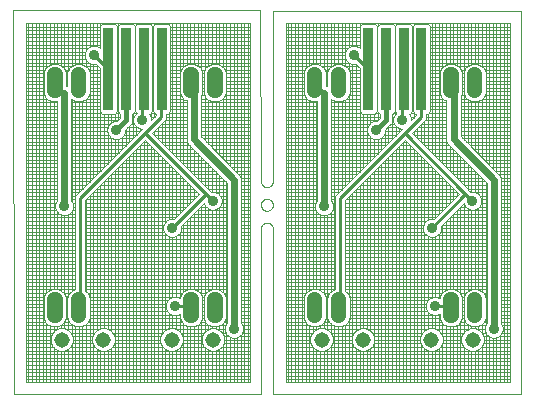
<source format=gbl>
G75*
%MOIN*%
%OFA0B0*%
%FSLAX25Y25*%
%IPPOS*%
%LPD*%
%AMOC8*
5,1,8,0,0,1.08239X$1,22.5*
%
%ADD10C,0.00394*%
%ADD11C,0.05150*%
%ADD12C,0.00000*%
%ADD13R,0.03346X0.27559*%
%ADD14C,0.04500*%
%ADD15C,0.01000*%
%ADD16C,0.03600*%
%ADD17C,0.02400*%
%ADD18C,0.01600*%
D10*
X0001394Y0001197D02*
X0001197Y0129031D01*
X0083559Y0129031D01*
X0083756Y0072063D01*
X0083755Y0072063D02*
X0083757Y0071976D01*
X0083763Y0071889D01*
X0083772Y0071802D01*
X0083786Y0071716D01*
X0083803Y0071631D01*
X0083824Y0071546D01*
X0083849Y0071463D01*
X0083877Y0071380D01*
X0083909Y0071299D01*
X0083945Y0071220D01*
X0083984Y0071142D01*
X0084026Y0071066D01*
X0084072Y0070992D01*
X0084121Y0070920D01*
X0084173Y0070850D01*
X0084228Y0070783D01*
X0084286Y0070718D01*
X0084347Y0070655D01*
X0084411Y0070596D01*
X0084477Y0070539D01*
X0084546Y0070486D01*
X0084617Y0070435D01*
X0084690Y0070388D01*
X0084765Y0070343D01*
X0084842Y0070303D01*
X0084920Y0070265D01*
X0085001Y0070232D01*
X0085082Y0070201D01*
X0085165Y0070175D01*
X0085250Y0070152D01*
X0085335Y0070133D01*
X0085420Y0070118D01*
X0085507Y0070106D01*
X0085593Y0070098D01*
X0085680Y0070094D01*
X0085768Y0070094D01*
X0085855Y0070098D01*
X0085941Y0070106D01*
X0086028Y0070118D01*
X0086113Y0070133D01*
X0086198Y0070152D01*
X0086283Y0070175D01*
X0086366Y0070201D01*
X0086447Y0070232D01*
X0086528Y0070265D01*
X0086606Y0070303D01*
X0086683Y0070343D01*
X0086758Y0070388D01*
X0086831Y0070435D01*
X0086902Y0070486D01*
X0086971Y0070539D01*
X0087037Y0070596D01*
X0087101Y0070655D01*
X0087162Y0070718D01*
X0087220Y0070783D01*
X0087275Y0070850D01*
X0087327Y0070920D01*
X0087376Y0070992D01*
X0087422Y0071066D01*
X0087464Y0071142D01*
X0087503Y0071220D01*
X0087539Y0071299D01*
X0087571Y0071380D01*
X0087599Y0071463D01*
X0087624Y0071546D01*
X0087645Y0071631D01*
X0087662Y0071716D01*
X0087676Y0071802D01*
X0087685Y0071889D01*
X0087691Y0071976D01*
X0087693Y0072063D01*
X0087693Y0128874D01*
X0170370Y0128874D01*
X0170370Y0001197D01*
X0087693Y0001197D01*
X0087693Y0056315D01*
X0087691Y0056402D01*
X0087685Y0056489D01*
X0087676Y0056576D01*
X0087662Y0056662D01*
X0087645Y0056747D01*
X0087624Y0056832D01*
X0087599Y0056915D01*
X0087571Y0056998D01*
X0087539Y0057079D01*
X0087503Y0057158D01*
X0087464Y0057236D01*
X0087422Y0057312D01*
X0087376Y0057386D01*
X0087327Y0057458D01*
X0087275Y0057528D01*
X0087220Y0057595D01*
X0087162Y0057660D01*
X0087101Y0057723D01*
X0087037Y0057782D01*
X0086971Y0057839D01*
X0086902Y0057892D01*
X0086831Y0057943D01*
X0086758Y0057990D01*
X0086683Y0058035D01*
X0086606Y0058075D01*
X0086528Y0058113D01*
X0086447Y0058146D01*
X0086366Y0058177D01*
X0086283Y0058203D01*
X0086198Y0058226D01*
X0086113Y0058245D01*
X0086028Y0058260D01*
X0085941Y0058272D01*
X0085855Y0058280D01*
X0085768Y0058284D01*
X0085680Y0058284D01*
X0085593Y0058280D01*
X0085507Y0058272D01*
X0085420Y0058260D01*
X0085335Y0058245D01*
X0085250Y0058226D01*
X0085165Y0058203D01*
X0085082Y0058177D01*
X0085001Y0058146D01*
X0084920Y0058113D01*
X0084842Y0058075D01*
X0084765Y0058035D01*
X0084690Y0057990D01*
X0084617Y0057943D01*
X0084546Y0057892D01*
X0084477Y0057839D01*
X0084411Y0057782D01*
X0084347Y0057723D01*
X0084286Y0057660D01*
X0084228Y0057595D01*
X0084173Y0057528D01*
X0084121Y0057458D01*
X0084072Y0057386D01*
X0084026Y0057312D01*
X0083984Y0057236D01*
X0083945Y0057158D01*
X0083909Y0057079D01*
X0083877Y0056998D01*
X0083849Y0056915D01*
X0083824Y0056832D01*
X0083803Y0056747D01*
X0083786Y0056662D01*
X0083772Y0056576D01*
X0083763Y0056489D01*
X0083757Y0056402D01*
X0083755Y0056315D01*
X0083756Y0056315D02*
X0083756Y0001197D01*
X0001394Y0001197D01*
X0005331Y0005134D02*
X0005331Y0124937D01*
X0080134Y0124937D01*
X0080134Y0005134D01*
X0005331Y0005134D01*
X0006194Y0005134D02*
X0006194Y0124937D01*
X0005331Y0124797D02*
X0080134Y0124797D01*
X0079394Y0124937D02*
X0079394Y0005134D01*
X0080134Y0005997D02*
X0005331Y0005997D01*
X0005331Y0007197D02*
X0080134Y0007197D01*
X0080134Y0008397D02*
X0005331Y0008397D01*
X0005331Y0009597D02*
X0080134Y0009597D01*
X0080134Y0010797D02*
X0005331Y0010797D01*
X0005331Y0011997D02*
X0080134Y0011997D01*
X0080134Y0013197D02*
X0005331Y0013197D01*
X0005331Y0014397D02*
X0080134Y0014397D01*
X0080134Y0015597D02*
X0068726Y0015597D01*
X0068594Y0015542D02*
X0068594Y0005134D01*
X0069794Y0005134D02*
X0069794Y0016039D01*
X0069869Y0016070D02*
X0070930Y0017131D01*
X0071504Y0018517D01*
X0071504Y0020018D01*
X0070930Y0021404D01*
X0069869Y0022465D01*
X0068483Y0023039D01*
X0066982Y0023039D01*
X0065596Y0022465D01*
X0064535Y0021404D01*
X0063961Y0020018D01*
X0063961Y0018517D01*
X0064535Y0017131D01*
X0065596Y0016070D01*
X0066982Y0015496D01*
X0068483Y0015496D01*
X0069869Y0016070D01*
X0070595Y0016797D02*
X0080134Y0016797D01*
X0080134Y0017997D02*
X0071288Y0017997D01*
X0070994Y0017286D02*
X0070994Y0005134D01*
X0072194Y0005134D02*
X0072194Y0021203D01*
X0072189Y0021207D02*
X0073032Y0020364D01*
X0074134Y0019908D01*
X0075326Y0019908D01*
X0076427Y0020364D01*
X0077271Y0021207D01*
X0077727Y0022309D01*
X0077727Y0023501D01*
X0077271Y0024602D01*
X0077216Y0024657D01*
X0077216Y0072973D01*
X0076851Y0073854D01*
X0076177Y0074528D01*
X0063739Y0086965D01*
X0063739Y0100505D01*
X0064152Y0101501D01*
X0064152Y0108373D01*
X0063627Y0109639D01*
X0062658Y0110609D01*
X0061391Y0111134D01*
X0059519Y0111134D01*
X0058253Y0110609D01*
X0057283Y0109639D01*
X0056758Y0108373D01*
X0056758Y0101501D01*
X0057283Y0100235D01*
X0058253Y0099265D01*
X0058946Y0098978D01*
X0058946Y0085496D01*
X0059311Y0084615D01*
X0072422Y0071503D01*
X0072422Y0024835D01*
X0072189Y0024602D01*
X0071733Y0023501D01*
X0071733Y0022309D01*
X0072189Y0021207D01*
X0072028Y0021597D02*
X0070737Y0021597D01*
X0070994Y0021250D02*
X0070994Y0024701D01*
X0070558Y0024265D02*
X0071527Y0025235D01*
X0072052Y0026501D01*
X0072052Y0033373D01*
X0071527Y0034639D01*
X0070558Y0035609D01*
X0069291Y0036134D01*
X0067419Y0036134D01*
X0066153Y0035609D01*
X0065183Y0034639D01*
X0064658Y0033373D01*
X0064658Y0026501D01*
X0065183Y0025235D01*
X0066153Y0024265D01*
X0067419Y0023740D01*
X0069291Y0023740D01*
X0070558Y0024265D01*
X0069910Y0023997D02*
X0071939Y0023997D01*
X0072194Y0024607D02*
X0072194Y0071732D01*
X0071928Y0071997D02*
X0063587Y0071997D01*
X0063794Y0071790D02*
X0063794Y0080132D01*
X0063528Y0080397D02*
X0055187Y0080397D01*
X0055394Y0080190D02*
X0055394Y0124937D01*
X0056594Y0124937D02*
X0056594Y0078990D01*
X0056387Y0079197D02*
X0064728Y0079197D01*
X0064994Y0078932D02*
X0064994Y0070590D01*
X0064787Y0070797D02*
X0072422Y0070797D01*
X0072422Y0069597D02*
X0065987Y0069597D01*
X0066194Y0069390D02*
X0066194Y0077732D01*
X0065928Y0077997D02*
X0057587Y0077997D01*
X0057794Y0077790D02*
X0057794Y0099724D01*
X0057921Y0099597D02*
X0053496Y0099597D01*
X0053496Y0100797D02*
X0057050Y0100797D01*
X0056758Y0101997D02*
X0053496Y0101997D01*
X0053496Y0103197D02*
X0056758Y0103197D01*
X0056758Y0104397D02*
X0053496Y0104397D01*
X0053496Y0105597D02*
X0056758Y0105597D01*
X0056758Y0106797D02*
X0053496Y0106797D01*
X0053496Y0107997D02*
X0056758Y0107997D01*
X0057100Y0109197D02*
X0053496Y0109197D01*
X0053496Y0110397D02*
X0058040Y0110397D01*
X0057794Y0110150D02*
X0057794Y0124937D01*
X0058994Y0124937D02*
X0058994Y0110916D01*
X0060194Y0111134D02*
X0060194Y0124937D01*
X0061394Y0124937D02*
X0061394Y0111133D01*
X0062594Y0110636D02*
X0062594Y0124937D01*
X0063794Y0124937D02*
X0063794Y0109238D01*
X0063811Y0109197D02*
X0065000Y0109197D01*
X0064994Y0109182D02*
X0064994Y0124937D01*
X0066194Y0124937D02*
X0066194Y0110626D01*
X0066153Y0110609D02*
X0065183Y0109639D01*
X0064658Y0108373D01*
X0064658Y0101501D01*
X0065183Y0100235D01*
X0066153Y0099265D01*
X0067419Y0098740D01*
X0069291Y0098740D01*
X0070558Y0099265D01*
X0071527Y0100235D01*
X0072052Y0101501D01*
X0072052Y0108373D01*
X0071527Y0109639D01*
X0070558Y0110609D01*
X0069291Y0111134D01*
X0067419Y0111134D01*
X0066153Y0110609D01*
X0065940Y0110397D02*
X0062870Y0110397D01*
X0064152Y0107997D02*
X0064658Y0107997D01*
X0064658Y0106797D02*
X0064152Y0106797D01*
X0064152Y0105597D02*
X0064658Y0105597D01*
X0064658Y0104397D02*
X0064152Y0104397D01*
X0064152Y0103197D02*
X0064658Y0103197D01*
X0064658Y0101997D02*
X0064152Y0101997D01*
X0063860Y0100797D02*
X0064950Y0100797D01*
X0064994Y0100692D02*
X0064994Y0085711D01*
X0065508Y0085197D02*
X0080134Y0085197D01*
X0080134Y0086397D02*
X0064308Y0086397D01*
X0063794Y0086911D02*
X0063794Y0100636D01*
X0063739Y0099597D02*
X0065821Y0099597D01*
X0066194Y0099248D02*
X0066194Y0084511D01*
X0066708Y0083997D02*
X0080134Y0083997D01*
X0080134Y0082797D02*
X0067908Y0082797D01*
X0067394Y0083311D02*
X0067394Y0098751D01*
X0068594Y0098740D02*
X0068594Y0082111D01*
X0069108Y0081597D02*
X0080134Y0081597D01*
X0080134Y0080397D02*
X0070308Y0080397D01*
X0069794Y0080911D02*
X0069794Y0098948D01*
X0070890Y0099597D02*
X0080134Y0099597D01*
X0080134Y0100797D02*
X0071760Y0100797D01*
X0072052Y0101997D02*
X0080134Y0101997D01*
X0080134Y0103197D02*
X0072052Y0103197D01*
X0072052Y0104397D02*
X0080134Y0104397D01*
X0080134Y0105597D02*
X0072052Y0105597D01*
X0072052Y0106797D02*
X0080134Y0106797D01*
X0080134Y0107997D02*
X0072052Y0107997D01*
X0071711Y0109197D02*
X0080134Y0109197D01*
X0080134Y0110397D02*
X0070770Y0110397D01*
X0070994Y0110173D02*
X0070994Y0124937D01*
X0072194Y0124937D02*
X0072194Y0078511D01*
X0072708Y0077997D02*
X0080134Y0077997D01*
X0080134Y0079197D02*
X0071508Y0079197D01*
X0070994Y0079711D02*
X0070994Y0099701D01*
X0063739Y0098397D02*
X0080134Y0098397D01*
X0080134Y0097197D02*
X0063739Y0097197D01*
X0063739Y0095997D02*
X0080134Y0095997D01*
X0080134Y0094797D02*
X0063739Y0094797D01*
X0063739Y0093597D02*
X0080134Y0093597D01*
X0080134Y0092397D02*
X0063739Y0092397D01*
X0063739Y0091197D02*
X0080134Y0091197D01*
X0080134Y0089997D02*
X0063739Y0089997D01*
X0063739Y0088797D02*
X0080134Y0088797D01*
X0080134Y0087597D02*
X0063739Y0087597D01*
X0058946Y0087597D02*
X0047987Y0087597D01*
X0048194Y0087390D02*
X0048194Y0088693D01*
X0048297Y0088797D02*
X0058946Y0088797D01*
X0058946Y0089997D02*
X0049497Y0089997D01*
X0049394Y0089893D02*
X0049394Y0086190D01*
X0049187Y0086397D02*
X0058946Y0086397D01*
X0058994Y0085380D02*
X0058994Y0076590D01*
X0058787Y0076797D02*
X0067128Y0076797D01*
X0067394Y0076532D02*
X0067394Y0068539D01*
X0067046Y0068539D02*
X0067046Y0068538D01*
X0066639Y0068945D01*
X0065645Y0069939D01*
X0047542Y0088042D01*
X0051245Y0091745D01*
X0052239Y0092739D01*
X0052239Y0094606D01*
X0052795Y0094606D01*
X0053496Y0095307D01*
X0053496Y0123858D01*
X0052795Y0124559D01*
X0048457Y0124559D01*
X0047756Y0123858D01*
X0047756Y0095307D01*
X0048457Y0094606D01*
X0048846Y0094606D01*
X0048846Y0094145D01*
X0047239Y0092538D01*
X0047239Y0093138D01*
X0046783Y0094239D01*
X0046416Y0094606D01*
X0046889Y0094606D01*
X0047591Y0095307D01*
X0047591Y0123858D01*
X0046889Y0124559D01*
X0042551Y0124559D01*
X0041850Y0123858D01*
X0041850Y0095307D01*
X0042310Y0094848D01*
X0041702Y0094239D01*
X0041246Y0093138D01*
X0041246Y0091946D01*
X0041702Y0090844D01*
X0042545Y0090001D01*
X0043646Y0089545D01*
X0044246Y0089545D01*
X0043446Y0088745D01*
X0021846Y0067145D01*
X0021846Y0036062D01*
X0020753Y0035609D01*
X0019783Y0034639D01*
X0019258Y0033373D01*
X0019258Y0026501D01*
X0019783Y0025235D01*
X0020753Y0024265D01*
X0022019Y0023740D01*
X0023891Y0023740D01*
X0025158Y0024265D01*
X0026127Y0025235D01*
X0026652Y0026501D01*
X0026652Y0033373D01*
X0026127Y0034639D01*
X0025239Y0035527D01*
X0025239Y0065739D01*
X0045143Y0085642D01*
X0062993Y0067792D01*
X0054739Y0059538D01*
X0054739Y0059539D01*
X0053546Y0059539D01*
X0052445Y0059082D01*
X0051602Y0058239D01*
X0051146Y0057138D01*
X0051146Y0055946D01*
X0051602Y0054844D01*
X0052445Y0054001D01*
X0053546Y0053545D01*
X0054739Y0053545D01*
X0055840Y0054001D01*
X0056683Y0054844D01*
X0057139Y0055946D01*
X0057139Y0057138D01*
X0057139Y0057139D01*
X0064734Y0064733D01*
X0065102Y0063844D01*
X0065945Y0063001D01*
X0067046Y0062545D01*
X0068239Y0062545D01*
X0069340Y0063001D01*
X0070183Y0063844D01*
X0070639Y0064946D01*
X0070639Y0066138D01*
X0070183Y0067239D01*
X0069340Y0068082D01*
X0068239Y0068539D01*
X0067046Y0068539D01*
X0068581Y0068397D02*
X0072422Y0068397D01*
X0072422Y0067197D02*
X0070201Y0067197D01*
X0069794Y0067629D02*
X0069794Y0074132D01*
X0069528Y0074397D02*
X0061187Y0074397D01*
X0061394Y0074190D02*
X0061394Y0082532D01*
X0061128Y0082797D02*
X0052787Y0082797D01*
X0052994Y0082590D02*
X0052994Y0094805D01*
X0052986Y0094797D02*
X0058946Y0094797D01*
X0058946Y0095997D02*
X0053496Y0095997D01*
X0053496Y0097197D02*
X0058946Y0097197D01*
X0058946Y0098397D02*
X0053496Y0098397D01*
X0052239Y0093597D02*
X0058946Y0093597D01*
X0058946Y0092397D02*
X0051897Y0092397D01*
X0051794Y0092293D02*
X0051794Y0083790D01*
X0051587Y0083997D02*
X0059928Y0083997D01*
X0060194Y0083732D02*
X0060194Y0075390D01*
X0059987Y0075597D02*
X0068328Y0075597D01*
X0068594Y0075332D02*
X0068594Y0068391D01*
X0070639Y0065997D02*
X0072422Y0065997D01*
X0072422Y0064797D02*
X0070578Y0064797D01*
X0069936Y0063597D02*
X0072422Y0063597D01*
X0072422Y0062397D02*
X0062397Y0062397D01*
X0062594Y0062593D02*
X0062594Y0035636D01*
X0062658Y0035609D02*
X0061391Y0036134D01*
X0059519Y0036134D01*
X0058253Y0035609D01*
X0057283Y0034639D01*
X0056758Y0033373D01*
X0056758Y0032964D01*
X0056740Y0032982D01*
X0055639Y0033439D01*
X0054446Y0033439D01*
X0053345Y0032982D01*
X0052502Y0032139D01*
X0052046Y0031038D01*
X0052046Y0029846D01*
X0052502Y0028744D01*
X0053345Y0027901D01*
X0054446Y0027445D01*
X0055639Y0027445D01*
X0056740Y0027901D01*
X0056758Y0027919D01*
X0056758Y0026501D01*
X0057283Y0025235D01*
X0058253Y0024265D01*
X0059519Y0023740D01*
X0061391Y0023740D01*
X0062658Y0024265D01*
X0063627Y0025235D01*
X0064152Y0026501D01*
X0064152Y0033373D01*
X0063627Y0034639D01*
X0062658Y0035609D01*
X0061721Y0035997D02*
X0067089Y0035997D01*
X0067394Y0036123D02*
X0067394Y0062545D01*
X0068594Y0062692D02*
X0068594Y0036134D01*
X0069621Y0035997D02*
X0072422Y0035997D01*
X0072422Y0037197D02*
X0025239Y0037197D01*
X0025239Y0038397D02*
X0072422Y0038397D01*
X0072422Y0039597D02*
X0025239Y0039597D01*
X0025239Y0040797D02*
X0072422Y0040797D01*
X0072422Y0041997D02*
X0025239Y0041997D01*
X0025239Y0043197D02*
X0072422Y0043197D01*
X0072422Y0044397D02*
X0025239Y0044397D01*
X0025239Y0045597D02*
X0072422Y0045597D01*
X0072422Y0046797D02*
X0025239Y0046797D01*
X0025239Y0047997D02*
X0072422Y0047997D01*
X0072422Y0049197D02*
X0025239Y0049197D01*
X0025239Y0050397D02*
X0072422Y0050397D01*
X0072422Y0051597D02*
X0025239Y0051597D01*
X0025239Y0052797D02*
X0072422Y0052797D01*
X0072422Y0053997D02*
X0055830Y0053997D01*
X0055394Y0053816D02*
X0055394Y0033439D01*
X0054194Y0033334D02*
X0054194Y0053545D01*
X0052994Y0053774D02*
X0052994Y0032631D01*
X0052759Y0032397D02*
X0026652Y0032397D01*
X0026594Y0033513D02*
X0026594Y0067093D01*
X0026697Y0067197D02*
X0062398Y0067197D01*
X0062594Y0067393D02*
X0062594Y0068191D01*
X0062388Y0068397D02*
X0027897Y0068397D01*
X0027794Y0068293D02*
X0027794Y0021003D01*
X0027960Y0021404D02*
X0027386Y0020018D01*
X0027386Y0018517D01*
X0027960Y0017131D01*
X0029021Y0016070D01*
X0030407Y0015496D01*
X0031908Y0015496D01*
X0033294Y0016070D01*
X0034355Y0017131D01*
X0034929Y0018517D01*
X0034929Y0020018D01*
X0034355Y0021404D01*
X0033294Y0022465D01*
X0031908Y0023039D01*
X0030407Y0023039D01*
X0029021Y0022465D01*
X0027960Y0021404D01*
X0028153Y0021597D02*
X0020383Y0021597D01*
X0020575Y0021404D02*
X0019514Y0022465D01*
X0018128Y0023039D01*
X0016628Y0023039D01*
X0015241Y0022465D01*
X0014180Y0021404D01*
X0013606Y0020018D01*
X0013606Y0018517D01*
X0014180Y0017131D01*
X0015241Y0016070D01*
X0016628Y0015496D01*
X0018128Y0015496D01*
X0019514Y0016070D01*
X0020575Y0017131D01*
X0021150Y0018517D01*
X0021150Y0020018D01*
X0020575Y0021404D01*
X0020594Y0021360D02*
X0020594Y0024424D01*
X0021400Y0023997D02*
X0016610Y0023997D01*
X0016994Y0024156D02*
X0016994Y0023039D01*
X0016042Y0022797D02*
X0005331Y0022797D01*
X0005331Y0023997D02*
X0013500Y0023997D01*
X0013394Y0024041D02*
X0013394Y0005134D01*
X0014594Y0005134D02*
X0014594Y0016718D01*
X0014515Y0016797D02*
X0005331Y0016797D01*
X0005331Y0017997D02*
X0013822Y0017997D01*
X0013606Y0019197D02*
X0005331Y0019197D01*
X0005331Y0020397D02*
X0013763Y0020397D01*
X0014373Y0021597D02*
X0005331Y0021597D01*
X0005331Y0025197D02*
X0011921Y0025197D01*
X0011883Y0025235D02*
X0012853Y0024265D01*
X0014119Y0023740D01*
X0015991Y0023740D01*
X0017258Y0024265D01*
X0018227Y0025235D01*
X0018752Y0026501D01*
X0018752Y0033373D01*
X0018227Y0034639D01*
X0017258Y0035609D01*
X0015991Y0036134D01*
X0014119Y0036134D01*
X0012853Y0035609D01*
X0011883Y0034639D01*
X0011358Y0033373D01*
X0011358Y0026501D01*
X0011883Y0025235D01*
X0012194Y0024924D02*
X0012194Y0005134D01*
X0010994Y0005134D02*
X0010994Y0124937D01*
X0012194Y0124937D02*
X0012194Y0109950D01*
X0011883Y0109639D02*
X0011358Y0108373D01*
X0011358Y0101501D01*
X0011883Y0100235D01*
X0012853Y0099265D01*
X0014119Y0098740D01*
X0015746Y0098740D01*
X0015746Y0065583D01*
X0015602Y0065439D01*
X0015146Y0064338D01*
X0015146Y0063146D01*
X0015602Y0062044D01*
X0016445Y0061201D01*
X0017546Y0060745D01*
X0018739Y0060745D01*
X0019840Y0061201D01*
X0020683Y0062044D01*
X0021139Y0063146D01*
X0021139Y0064338D01*
X0020683Y0065439D01*
X0020539Y0065583D01*
X0020539Y0099478D01*
X0020753Y0099265D01*
X0022019Y0098740D01*
X0023891Y0098740D01*
X0025158Y0099265D01*
X0026127Y0100235D01*
X0026652Y0101501D01*
X0026652Y0108373D01*
X0026127Y0109639D01*
X0025158Y0110609D01*
X0023891Y0111134D01*
X0022019Y0111134D01*
X0020753Y0110609D01*
X0019783Y0109639D01*
X0019258Y0108373D01*
X0019258Y0103674D01*
X0018752Y0103884D01*
X0018752Y0108373D01*
X0018227Y0109639D01*
X0017258Y0110609D01*
X0015991Y0111134D01*
X0014119Y0111134D01*
X0012853Y0110609D01*
X0011883Y0109639D01*
X0011700Y0109197D02*
X0005331Y0109197D01*
X0005331Y0110397D02*
X0012640Y0110397D01*
X0013394Y0110833D02*
X0013394Y0124937D01*
X0014594Y0124937D02*
X0014594Y0111134D01*
X0015794Y0111134D02*
X0015794Y0124937D01*
X0016994Y0124937D02*
X0016994Y0110718D01*
X0017470Y0110397D02*
X0020540Y0110397D01*
X0020594Y0110450D02*
X0020594Y0124937D01*
X0021794Y0124937D02*
X0021794Y0111040D01*
X0022994Y0111134D02*
X0022994Y0124937D01*
X0024194Y0124937D02*
X0024194Y0111008D01*
X0025370Y0110397D02*
X0029388Y0110397D01*
X0028994Y0110791D02*
X0028994Y0074293D01*
X0029098Y0074397D02*
X0020539Y0074397D01*
X0020539Y0075597D02*
X0030298Y0075597D01*
X0030194Y0075493D02*
X0030194Y0095153D01*
X0030039Y0095307D02*
X0030740Y0094606D01*
X0035078Y0094606D01*
X0035780Y0095307D01*
X0035780Y0123858D01*
X0035078Y0124559D01*
X0030740Y0124559D01*
X0030039Y0123858D01*
X0030039Y0116383D01*
X0029740Y0116682D01*
X0028639Y0117139D01*
X0027446Y0117139D01*
X0026345Y0116682D01*
X0025502Y0115839D01*
X0025046Y0114738D01*
X0025046Y0113546D01*
X0025502Y0112444D01*
X0026345Y0111601D01*
X0027446Y0111145D01*
X0028639Y0111145D01*
X0028639Y0111145D01*
X0030039Y0109745D01*
X0030039Y0095307D01*
X0030039Y0095997D02*
X0020539Y0095997D01*
X0020539Y0097197D02*
X0030039Y0097197D01*
X0030039Y0098397D02*
X0020539Y0098397D01*
X0020594Y0099424D02*
X0020594Y0065529D01*
X0020539Y0065997D02*
X0021846Y0065997D01*
X0021846Y0064797D02*
X0020949Y0064797D01*
X0021139Y0063597D02*
X0021846Y0063597D01*
X0021846Y0062397D02*
X0020829Y0062397D01*
X0020594Y0061955D02*
X0020594Y0035450D01*
X0019940Y0034797D02*
X0018070Y0034797D01*
X0018194Y0034673D02*
X0018194Y0060745D01*
X0016994Y0060974D02*
X0016994Y0035718D01*
X0016321Y0035997D02*
X0021689Y0035997D01*
X0021794Y0036040D02*
X0021794Y0098834D01*
X0022994Y0098740D02*
X0022994Y0068293D01*
X0023098Y0068397D02*
X0020539Y0068397D01*
X0020539Y0069597D02*
X0024298Y0069597D01*
X0024194Y0069493D02*
X0024194Y0098866D01*
X0025394Y0099501D02*
X0025394Y0070693D01*
X0025498Y0070797D02*
X0020539Y0070797D01*
X0020539Y0071997D02*
X0026698Y0071997D01*
X0026594Y0071893D02*
X0026594Y0101361D01*
X0026360Y0100797D02*
X0030039Y0100797D01*
X0030039Y0101997D02*
X0026652Y0101997D01*
X0026652Y0103197D02*
X0030039Y0103197D01*
X0030039Y0104397D02*
X0026652Y0104397D01*
X0026652Y0105597D02*
X0030039Y0105597D01*
X0030039Y0106797D02*
X0026652Y0106797D01*
X0026652Y0107997D02*
X0030039Y0107997D01*
X0030039Y0109197D02*
X0026311Y0109197D01*
X0026594Y0108513D02*
X0026594Y0111498D01*
X0026355Y0111597D02*
X0005331Y0111597D01*
X0005331Y0112797D02*
X0025356Y0112797D01*
X0025394Y0112705D02*
X0025394Y0110373D01*
X0027794Y0111145D02*
X0027794Y0073093D01*
X0027898Y0073197D02*
X0020539Y0073197D01*
X0015746Y0073197D02*
X0005331Y0073197D01*
X0005331Y0074397D02*
X0015746Y0074397D01*
X0015746Y0075597D02*
X0005331Y0075597D01*
X0005331Y0076797D02*
X0015746Y0076797D01*
X0015746Y0077997D02*
X0005331Y0077997D01*
X0005331Y0079197D02*
X0015746Y0079197D01*
X0015746Y0080397D02*
X0005331Y0080397D01*
X0005331Y0081597D02*
X0015746Y0081597D01*
X0015746Y0082797D02*
X0005331Y0082797D01*
X0005331Y0083997D02*
X0015746Y0083997D01*
X0015746Y0085197D02*
X0005331Y0085197D01*
X0005331Y0086397D02*
X0015746Y0086397D01*
X0015746Y0087597D02*
X0005331Y0087597D01*
X0005331Y0088797D02*
X0015746Y0088797D01*
X0015746Y0089997D02*
X0005331Y0089997D01*
X0005331Y0091197D02*
X0015746Y0091197D01*
X0015746Y0092397D02*
X0005331Y0092397D01*
X0005331Y0093597D02*
X0015746Y0093597D01*
X0015746Y0094797D02*
X0005331Y0094797D01*
X0005331Y0095997D02*
X0015746Y0095997D01*
X0015746Y0097197D02*
X0005331Y0097197D01*
X0005331Y0098397D02*
X0015746Y0098397D01*
X0014594Y0098740D02*
X0014594Y0036134D01*
X0013789Y0035997D02*
X0005331Y0035997D01*
X0005331Y0037197D02*
X0021846Y0037197D01*
X0021846Y0038397D02*
X0005331Y0038397D01*
X0005331Y0039597D02*
X0021846Y0039597D01*
X0021846Y0040797D02*
X0005331Y0040797D01*
X0005331Y0041997D02*
X0021846Y0041997D01*
X0021846Y0043197D02*
X0005331Y0043197D01*
X0005331Y0044397D02*
X0021846Y0044397D01*
X0021846Y0045597D02*
X0005331Y0045597D01*
X0005331Y0046797D02*
X0021846Y0046797D01*
X0021846Y0047997D02*
X0005331Y0047997D01*
X0005331Y0049197D02*
X0021846Y0049197D01*
X0021846Y0050397D02*
X0005331Y0050397D01*
X0005331Y0051597D02*
X0021846Y0051597D01*
X0021846Y0052797D02*
X0005331Y0052797D01*
X0005331Y0053997D02*
X0021846Y0053997D01*
X0021846Y0055197D02*
X0005331Y0055197D01*
X0005331Y0056397D02*
X0021846Y0056397D01*
X0021846Y0057597D02*
X0005331Y0057597D01*
X0005331Y0058797D02*
X0021846Y0058797D01*
X0021846Y0059997D02*
X0005331Y0059997D01*
X0005331Y0061197D02*
X0016455Y0061197D01*
X0015794Y0061852D02*
X0015794Y0036134D01*
X0013394Y0035833D02*
X0013394Y0099041D01*
X0012521Y0099597D02*
X0005331Y0099597D01*
X0005331Y0100797D02*
X0011650Y0100797D01*
X0012194Y0099924D02*
X0012194Y0034950D01*
X0012040Y0034797D02*
X0005331Y0034797D01*
X0005331Y0033597D02*
X0011451Y0033597D01*
X0011358Y0032397D02*
X0005331Y0032397D01*
X0005331Y0031197D02*
X0011358Y0031197D01*
X0011358Y0029997D02*
X0005331Y0029997D01*
X0005331Y0028797D02*
X0011358Y0028797D01*
X0011358Y0027597D02*
X0005331Y0027597D01*
X0005331Y0026397D02*
X0011402Y0026397D01*
X0014594Y0023740D02*
X0014594Y0021817D01*
X0015794Y0022694D02*
X0015794Y0023740D01*
X0018194Y0023012D02*
X0018194Y0025201D01*
X0018190Y0025197D02*
X0019821Y0025197D01*
X0019394Y0026174D02*
X0019394Y0022515D01*
X0018714Y0022797D02*
X0029822Y0022797D01*
X0030194Y0022951D02*
X0030194Y0070693D01*
X0030297Y0070797D02*
X0059988Y0070797D01*
X0060194Y0070591D02*
X0060194Y0064993D01*
X0059998Y0064797D02*
X0025239Y0064797D01*
X0025394Y0065893D02*
X0025394Y0035373D01*
X0025239Y0035997D02*
X0059189Y0035997D01*
X0058994Y0035916D02*
X0058994Y0058993D01*
X0058797Y0058797D02*
X0072422Y0058797D01*
X0072422Y0059997D02*
X0059997Y0059997D01*
X0060194Y0060193D02*
X0060194Y0036134D01*
X0061394Y0036133D02*
X0061394Y0061393D01*
X0061197Y0061197D02*
X0072422Y0061197D01*
X0069794Y0063455D02*
X0069794Y0035926D01*
X0070994Y0035173D02*
X0070994Y0072932D01*
X0070728Y0073197D02*
X0062387Y0073197D01*
X0062594Y0072990D02*
X0062594Y0081332D01*
X0062328Y0081597D02*
X0053987Y0081597D01*
X0054194Y0081390D02*
X0054194Y0124937D01*
X0052994Y0124937D02*
X0052994Y0124360D01*
X0053496Y0123597D02*
X0080134Y0123597D01*
X0080134Y0122397D02*
X0053496Y0122397D01*
X0053496Y0121197D02*
X0080134Y0121197D01*
X0080134Y0119997D02*
X0053496Y0119997D01*
X0053496Y0118797D02*
X0080134Y0118797D01*
X0080134Y0117597D02*
X0053496Y0117597D01*
X0053496Y0116397D02*
X0080134Y0116397D01*
X0080134Y0115197D02*
X0053496Y0115197D01*
X0053496Y0113997D02*
X0080134Y0113997D01*
X0080134Y0112797D02*
X0053496Y0112797D01*
X0053496Y0111597D02*
X0080134Y0111597D01*
X0069794Y0110926D02*
X0069794Y0124937D01*
X0068594Y0124937D02*
X0068594Y0111134D01*
X0067394Y0111123D02*
X0067394Y0124937D01*
X0073394Y0124937D02*
X0073394Y0077311D01*
X0073908Y0076797D02*
X0080134Y0076797D01*
X0080134Y0075597D02*
X0075108Y0075597D01*
X0074594Y0076111D02*
X0074594Y0124937D01*
X0075794Y0124937D02*
X0075794Y0074911D01*
X0076308Y0074397D02*
X0080134Y0074397D01*
X0080134Y0073197D02*
X0077123Y0073197D01*
X0076994Y0073509D02*
X0076994Y0124937D01*
X0078194Y0124937D02*
X0078194Y0005134D01*
X0076994Y0005134D02*
X0076994Y0020930D01*
X0076460Y0020397D02*
X0080134Y0020397D01*
X0080134Y0021597D02*
X0077432Y0021597D01*
X0077727Y0022797D02*
X0080134Y0022797D01*
X0080134Y0023997D02*
X0077521Y0023997D01*
X0077216Y0025197D02*
X0080134Y0025197D01*
X0080134Y0026397D02*
X0077216Y0026397D01*
X0077216Y0027597D02*
X0080134Y0027597D01*
X0080134Y0028797D02*
X0077216Y0028797D01*
X0077216Y0029997D02*
X0080134Y0029997D01*
X0080134Y0031197D02*
X0077216Y0031197D01*
X0077216Y0032397D02*
X0080134Y0032397D01*
X0080134Y0033597D02*
X0077216Y0033597D01*
X0077216Y0034797D02*
X0080134Y0034797D01*
X0080134Y0035997D02*
X0077216Y0035997D01*
X0077216Y0037197D02*
X0080134Y0037197D01*
X0080134Y0038397D02*
X0077216Y0038397D01*
X0077216Y0039597D02*
X0080134Y0039597D01*
X0080134Y0040797D02*
X0077216Y0040797D01*
X0077216Y0041997D02*
X0080134Y0041997D01*
X0080134Y0043197D02*
X0077216Y0043197D01*
X0077216Y0044397D02*
X0080134Y0044397D01*
X0080134Y0045597D02*
X0077216Y0045597D01*
X0077216Y0046797D02*
X0080134Y0046797D01*
X0080134Y0047997D02*
X0077216Y0047997D01*
X0077216Y0049197D02*
X0080134Y0049197D01*
X0080134Y0050397D02*
X0077216Y0050397D01*
X0077216Y0051597D02*
X0080134Y0051597D01*
X0080134Y0052797D02*
X0077216Y0052797D01*
X0077216Y0053997D02*
X0080134Y0053997D01*
X0080134Y0055197D02*
X0077216Y0055197D01*
X0077216Y0056397D02*
X0080134Y0056397D01*
X0080134Y0057597D02*
X0077216Y0057597D01*
X0077216Y0058797D02*
X0080134Y0058797D01*
X0080134Y0059997D02*
X0077216Y0059997D01*
X0077216Y0061197D02*
X0080134Y0061197D01*
X0080134Y0062397D02*
X0077216Y0062397D01*
X0077216Y0063597D02*
X0080134Y0063597D01*
X0080134Y0064797D02*
X0077216Y0064797D01*
X0077216Y0065997D02*
X0080134Y0065997D01*
X0080134Y0067197D02*
X0077216Y0067197D01*
X0077216Y0068397D02*
X0080134Y0068397D01*
X0080134Y0069597D02*
X0077216Y0069597D01*
X0077216Y0070797D02*
X0080134Y0070797D01*
X0080134Y0071997D02*
X0077216Y0071997D01*
X0083755Y0064189D02*
X0083757Y0064277D01*
X0083763Y0064365D01*
X0083773Y0064453D01*
X0083787Y0064541D01*
X0083804Y0064627D01*
X0083826Y0064713D01*
X0083851Y0064797D01*
X0083881Y0064881D01*
X0083913Y0064963D01*
X0083950Y0065043D01*
X0083990Y0065122D01*
X0084034Y0065199D01*
X0084081Y0065274D01*
X0084131Y0065346D01*
X0084185Y0065417D01*
X0084241Y0065484D01*
X0084301Y0065550D01*
X0084363Y0065612D01*
X0084429Y0065672D01*
X0084496Y0065728D01*
X0084567Y0065782D01*
X0084639Y0065832D01*
X0084714Y0065879D01*
X0084791Y0065923D01*
X0084870Y0065963D01*
X0084950Y0066000D01*
X0085032Y0066032D01*
X0085116Y0066062D01*
X0085200Y0066087D01*
X0085286Y0066109D01*
X0085372Y0066126D01*
X0085460Y0066140D01*
X0085548Y0066150D01*
X0085636Y0066156D01*
X0085724Y0066158D01*
X0085812Y0066156D01*
X0085900Y0066150D01*
X0085988Y0066140D01*
X0086076Y0066126D01*
X0086162Y0066109D01*
X0086248Y0066087D01*
X0086332Y0066062D01*
X0086416Y0066032D01*
X0086498Y0066000D01*
X0086578Y0065963D01*
X0086657Y0065923D01*
X0086734Y0065879D01*
X0086809Y0065832D01*
X0086881Y0065782D01*
X0086952Y0065728D01*
X0087019Y0065672D01*
X0087085Y0065612D01*
X0087147Y0065550D01*
X0087207Y0065484D01*
X0087263Y0065417D01*
X0087317Y0065346D01*
X0087367Y0065274D01*
X0087414Y0065199D01*
X0087458Y0065122D01*
X0087498Y0065043D01*
X0087535Y0064963D01*
X0087567Y0064881D01*
X0087597Y0064797D01*
X0087622Y0064713D01*
X0087644Y0064627D01*
X0087661Y0064541D01*
X0087675Y0064453D01*
X0087685Y0064365D01*
X0087691Y0064277D01*
X0087693Y0064189D01*
X0087691Y0064101D01*
X0087685Y0064013D01*
X0087675Y0063925D01*
X0087661Y0063837D01*
X0087644Y0063751D01*
X0087622Y0063665D01*
X0087597Y0063581D01*
X0087567Y0063497D01*
X0087535Y0063415D01*
X0087498Y0063335D01*
X0087458Y0063256D01*
X0087414Y0063179D01*
X0087367Y0063104D01*
X0087317Y0063032D01*
X0087263Y0062961D01*
X0087207Y0062894D01*
X0087147Y0062828D01*
X0087085Y0062766D01*
X0087019Y0062706D01*
X0086952Y0062650D01*
X0086881Y0062596D01*
X0086809Y0062546D01*
X0086734Y0062499D01*
X0086657Y0062455D01*
X0086578Y0062415D01*
X0086498Y0062378D01*
X0086416Y0062346D01*
X0086332Y0062316D01*
X0086248Y0062291D01*
X0086162Y0062269D01*
X0086076Y0062252D01*
X0085988Y0062238D01*
X0085900Y0062228D01*
X0085812Y0062222D01*
X0085724Y0062220D01*
X0085636Y0062222D01*
X0085548Y0062228D01*
X0085460Y0062238D01*
X0085372Y0062252D01*
X0085286Y0062269D01*
X0085200Y0062291D01*
X0085116Y0062316D01*
X0085032Y0062346D01*
X0084950Y0062378D01*
X0084870Y0062415D01*
X0084791Y0062455D01*
X0084714Y0062499D01*
X0084639Y0062546D01*
X0084567Y0062596D01*
X0084496Y0062650D01*
X0084429Y0062706D01*
X0084363Y0062766D01*
X0084301Y0062828D01*
X0084241Y0062894D01*
X0084185Y0062961D01*
X0084131Y0063032D01*
X0084081Y0063104D01*
X0084034Y0063179D01*
X0083990Y0063256D01*
X0083950Y0063335D01*
X0083913Y0063415D01*
X0083881Y0063497D01*
X0083851Y0063581D01*
X0083826Y0063665D01*
X0083804Y0063751D01*
X0083787Y0063837D01*
X0083773Y0063925D01*
X0083763Y0064013D01*
X0083757Y0064101D01*
X0083755Y0064189D01*
X0091945Y0063597D02*
X0101760Y0063597D01*
X0101760Y0063146D02*
X0102216Y0062044D01*
X0103059Y0061201D01*
X0104161Y0060745D01*
X0105353Y0060745D01*
X0106454Y0061201D01*
X0107297Y0062044D01*
X0107754Y0063146D01*
X0107754Y0064338D01*
X0107297Y0065439D01*
X0107154Y0065583D01*
X0107154Y0099478D01*
X0107367Y0099265D01*
X0108634Y0098740D01*
X0110505Y0098740D01*
X0111772Y0099265D01*
X0112741Y0100235D01*
X0113266Y0101501D01*
X0113266Y0108373D01*
X0112741Y0109639D01*
X0111772Y0110609D01*
X0110505Y0111134D01*
X0108634Y0111134D01*
X0107367Y0110609D01*
X0106397Y0109639D01*
X0105872Y0108373D01*
X0105872Y0103674D01*
X0105366Y0103884D01*
X0105366Y0108373D01*
X0104841Y0109639D01*
X0103872Y0110609D01*
X0102605Y0111134D01*
X0100734Y0111134D01*
X0099467Y0110609D01*
X0098497Y0109639D01*
X0097972Y0108373D01*
X0097972Y0101501D01*
X0098497Y0100235D01*
X0099467Y0099265D01*
X0100734Y0098740D01*
X0102360Y0098740D01*
X0102360Y0065583D01*
X0102216Y0065439D01*
X0101760Y0064338D01*
X0101760Y0063146D01*
X0102070Y0062397D02*
X0091945Y0062397D01*
X0091945Y0061197D02*
X0103069Y0061197D01*
X0103394Y0061063D02*
X0103394Y0035807D01*
X0102936Y0035997D02*
X0108303Y0035997D01*
X0108194Y0035952D02*
X0108194Y0098922D01*
X0107154Y0098397D02*
X0116654Y0098397D01*
X0116654Y0099597D02*
X0112104Y0099597D01*
X0111794Y0099287D02*
X0111794Y0070478D01*
X0112112Y0070797D02*
X0107154Y0070797D01*
X0107154Y0071997D02*
X0113312Y0071997D01*
X0112994Y0071678D02*
X0112994Y0100844D01*
X0112974Y0100797D02*
X0116654Y0100797D01*
X0116654Y0101997D02*
X0113266Y0101997D01*
X0113266Y0103197D02*
X0116654Y0103197D01*
X0116654Y0104397D02*
X0113266Y0104397D01*
X0113266Y0105597D02*
X0116654Y0105597D01*
X0116654Y0106797D02*
X0113266Y0106797D01*
X0113266Y0107997D02*
X0116654Y0107997D01*
X0116654Y0109197D02*
X0112925Y0109197D01*
X0112994Y0109030D02*
X0112994Y0111587D01*
X0112969Y0111597D02*
X0091945Y0111597D01*
X0091945Y0112797D02*
X0111970Y0112797D01*
X0112116Y0112444D02*
X0112959Y0111601D01*
X0114061Y0111145D01*
X0115253Y0111145D01*
X0115254Y0111145D01*
X0116654Y0109745D01*
X0116654Y0095307D01*
X0117355Y0094606D01*
X0121693Y0094606D01*
X0122394Y0095307D01*
X0122394Y0123858D01*
X0121693Y0124559D01*
X0117355Y0124559D01*
X0116654Y0123858D01*
X0116654Y0116383D01*
X0116354Y0116682D01*
X0115253Y0117139D01*
X0114061Y0117139D01*
X0112959Y0116682D01*
X0112116Y0115839D01*
X0111660Y0114738D01*
X0111660Y0113546D01*
X0112116Y0112444D01*
X0111794Y0113222D02*
X0111794Y0110587D01*
X0111984Y0110397D02*
X0116002Y0110397D01*
X0116594Y0109805D02*
X0116594Y0075278D01*
X0116912Y0075597D02*
X0107154Y0075597D01*
X0107154Y0076797D02*
X0118112Y0076797D01*
X0117794Y0076478D02*
X0117794Y0094606D01*
X0117164Y0094797D02*
X0107154Y0094797D01*
X0107154Y0095997D02*
X0116654Y0095997D01*
X0116654Y0097197D02*
X0107154Y0097197D01*
X0109394Y0098740D02*
X0109394Y0068078D01*
X0109712Y0068397D02*
X0107154Y0068397D01*
X0107154Y0069597D02*
X0110912Y0069597D01*
X0110594Y0069278D02*
X0110594Y0098777D01*
X0107154Y0093597D02*
X0123432Y0093597D01*
X0123432Y0093228D02*
X0123432Y0094606D01*
X0123260Y0094606D01*
X0122559Y0095307D01*
X0122559Y0123858D01*
X0123260Y0124559D01*
X0127598Y0124559D01*
X0128299Y0123858D01*
X0128299Y0095307D01*
X0127598Y0094606D01*
X0127426Y0094606D01*
X0127426Y0091574D01*
X0126256Y0090404D01*
X0126256Y0090404D01*
X0125139Y0089286D01*
X0125139Y0088517D01*
X0124682Y0087416D01*
X0123839Y0086573D01*
X0122738Y0086117D01*
X0121546Y0086117D01*
X0120444Y0086573D01*
X0119601Y0087416D01*
X0119145Y0088517D01*
X0119145Y0089709D01*
X0119601Y0090811D01*
X0120444Y0091654D01*
X0121546Y0092110D01*
X0122315Y0092110D01*
X0123432Y0093228D01*
X0122601Y0092397D02*
X0107154Y0092397D01*
X0107154Y0091197D02*
X0119987Y0091197D01*
X0120194Y0091404D02*
X0120194Y0094606D01*
X0121394Y0094606D02*
X0121394Y0092047D01*
X0122594Y0092389D02*
X0122594Y0095273D01*
X0123070Y0094797D02*
X0121883Y0094797D01*
X0122394Y0095997D02*
X0122559Y0095997D01*
X0122559Y0097197D02*
X0122394Y0097197D01*
X0122394Y0098397D02*
X0122559Y0098397D01*
X0122559Y0099597D02*
X0122394Y0099597D01*
X0122394Y0100797D02*
X0122559Y0100797D01*
X0122559Y0101997D02*
X0122394Y0101997D01*
X0122394Y0103197D02*
X0122559Y0103197D01*
X0122559Y0104397D02*
X0122394Y0104397D01*
X0122394Y0105597D02*
X0122559Y0105597D01*
X0122559Y0106797D02*
X0122394Y0106797D01*
X0122394Y0107997D02*
X0122559Y0107997D01*
X0122559Y0109197D02*
X0122394Y0109197D01*
X0122394Y0110397D02*
X0122559Y0110397D01*
X0122559Y0111597D02*
X0122394Y0111597D01*
X0122394Y0112797D02*
X0122559Y0112797D01*
X0122559Y0113997D02*
X0122394Y0113997D01*
X0122394Y0115197D02*
X0122559Y0115197D01*
X0122559Y0116397D02*
X0122394Y0116397D01*
X0122394Y0117597D02*
X0122559Y0117597D01*
X0122559Y0118797D02*
X0122394Y0118797D01*
X0122394Y0119997D02*
X0122559Y0119997D01*
X0122559Y0121197D02*
X0122394Y0121197D01*
X0122394Y0122397D02*
X0122559Y0122397D01*
X0122559Y0123597D02*
X0122394Y0123597D01*
X0122594Y0123893D02*
X0122594Y0124937D01*
X0123794Y0124937D02*
X0123794Y0124559D01*
X0124994Y0124559D02*
X0124994Y0124937D01*
X0126194Y0124937D02*
X0126194Y0124559D01*
X0127394Y0124559D02*
X0127394Y0124937D01*
X0128594Y0124937D02*
X0128594Y0123987D01*
X0128465Y0123858D02*
X0128465Y0095307D01*
X0128924Y0094848D01*
X0128316Y0094239D01*
X0127860Y0093138D01*
X0127860Y0091946D01*
X0128316Y0090844D01*
X0129159Y0090001D01*
X0130261Y0089545D01*
X0130860Y0089545D01*
X0130060Y0088745D01*
X0108460Y0067145D01*
X0108460Y0036062D01*
X0107367Y0035609D01*
X0106397Y0034639D01*
X0105872Y0033373D01*
X0105872Y0026501D01*
X0106397Y0025235D01*
X0107367Y0024265D01*
X0108634Y0023740D01*
X0110505Y0023740D01*
X0111772Y0024265D01*
X0112741Y0025235D01*
X0113266Y0026501D01*
X0113266Y0033373D01*
X0112741Y0034639D01*
X0111854Y0035527D01*
X0111854Y0065739D01*
X0131757Y0085642D01*
X0149607Y0067792D01*
X0141354Y0059538D01*
X0141353Y0059539D01*
X0140161Y0059539D01*
X0139059Y0059082D01*
X0138216Y0058239D01*
X0137760Y0057138D01*
X0137760Y0055946D01*
X0138216Y0054844D01*
X0139059Y0054001D01*
X0140161Y0053545D01*
X0141353Y0053545D01*
X0142454Y0054001D01*
X0143297Y0054844D01*
X0143754Y0055946D01*
X0143754Y0057138D01*
X0143753Y0057139D01*
X0151348Y0064733D01*
X0151716Y0063844D01*
X0152559Y0063001D01*
X0153661Y0062545D01*
X0154853Y0062545D01*
X0155954Y0063001D01*
X0156797Y0063844D01*
X0157254Y0064946D01*
X0157254Y0066138D01*
X0156797Y0067239D01*
X0155954Y0068082D01*
X0154853Y0068539D01*
X0153661Y0068539D01*
X0153660Y0068538D01*
X0153254Y0068945D01*
X0152260Y0069939D01*
X0134156Y0088042D01*
X0137860Y0091745D01*
X0138854Y0092739D01*
X0138854Y0094606D01*
X0139409Y0094606D01*
X0140110Y0095307D01*
X0140110Y0123858D01*
X0139409Y0124559D01*
X0135071Y0124559D01*
X0134370Y0123858D01*
X0134370Y0095307D01*
X0135071Y0094606D01*
X0135460Y0094606D01*
X0135460Y0094145D01*
X0133854Y0092538D01*
X0133854Y0093138D01*
X0133397Y0094239D01*
X0133030Y0094606D01*
X0133504Y0094606D01*
X0134205Y0095307D01*
X0134205Y0123858D01*
X0133504Y0124559D01*
X0129166Y0124559D01*
X0128465Y0123858D01*
X0128465Y0123597D02*
X0128299Y0123597D01*
X0128299Y0122397D02*
X0128465Y0122397D01*
X0128465Y0121197D02*
X0128299Y0121197D01*
X0128299Y0119997D02*
X0128465Y0119997D01*
X0128465Y0118797D02*
X0128299Y0118797D01*
X0128299Y0117597D02*
X0128465Y0117597D01*
X0128465Y0116397D02*
X0128299Y0116397D01*
X0128299Y0115197D02*
X0128465Y0115197D01*
X0128465Y0113997D02*
X0128299Y0113997D01*
X0128299Y0112797D02*
X0128465Y0112797D01*
X0128465Y0111597D02*
X0128299Y0111597D01*
X0128299Y0110397D02*
X0128465Y0110397D01*
X0128465Y0109197D02*
X0128299Y0109197D01*
X0128299Y0107997D02*
X0128465Y0107997D01*
X0128465Y0106797D02*
X0128299Y0106797D01*
X0128299Y0105597D02*
X0128465Y0105597D01*
X0128465Y0104397D02*
X0128299Y0104397D01*
X0128299Y0103197D02*
X0128465Y0103197D01*
X0128465Y0101997D02*
X0128299Y0101997D01*
X0128299Y0100797D02*
X0128465Y0100797D01*
X0128465Y0099597D02*
X0128299Y0099597D01*
X0128299Y0098397D02*
X0128465Y0098397D01*
X0128465Y0097197D02*
X0128299Y0097197D01*
X0128299Y0095997D02*
X0128465Y0095997D01*
X0128594Y0095178D02*
X0128594Y0094517D01*
X0128874Y0094797D02*
X0127789Y0094797D01*
X0128050Y0093597D02*
X0127426Y0093597D01*
X0127426Y0092397D02*
X0127860Y0092397D01*
X0127394Y0091541D02*
X0127394Y0086078D01*
X0127712Y0086397D02*
X0123415Y0086397D01*
X0123794Y0086554D02*
X0123794Y0082478D01*
X0124112Y0082797D02*
X0107154Y0082797D01*
X0107154Y0083997D02*
X0125312Y0083997D01*
X0124994Y0083678D02*
X0124994Y0088168D01*
X0124757Y0087597D02*
X0128912Y0087597D01*
X0128594Y0087278D02*
X0128594Y0090567D01*
X0128170Y0091197D02*
X0127049Y0091197D01*
X0126194Y0090341D02*
X0126194Y0084878D01*
X0126512Y0085197D02*
X0107154Y0085197D01*
X0107154Y0086397D02*
X0120869Y0086397D01*
X0121394Y0086179D02*
X0121394Y0080078D01*
X0121712Y0080397D02*
X0107154Y0080397D01*
X0107154Y0081597D02*
X0122912Y0081597D01*
X0122594Y0081278D02*
X0122594Y0086117D01*
X0120194Y0086823D02*
X0120194Y0078878D01*
X0120512Y0079197D02*
X0107154Y0079197D01*
X0107154Y0077997D02*
X0119312Y0077997D01*
X0118994Y0077678D02*
X0118994Y0094606D01*
X0119264Y0089997D02*
X0107154Y0089997D01*
X0107154Y0088797D02*
X0119145Y0088797D01*
X0119526Y0087597D02*
X0107154Y0087597D01*
X0102360Y0087597D02*
X0091945Y0087597D01*
X0091945Y0088797D02*
X0102360Y0088797D01*
X0102360Y0089997D02*
X0091945Y0089997D01*
X0091945Y0091197D02*
X0102360Y0091197D01*
X0102360Y0092397D02*
X0091945Y0092397D01*
X0091945Y0093597D02*
X0102360Y0093597D01*
X0102360Y0094797D02*
X0091945Y0094797D01*
X0091945Y0095997D02*
X0102360Y0095997D01*
X0102360Y0097197D02*
X0091945Y0097197D01*
X0091945Y0098397D02*
X0102360Y0098397D01*
X0102194Y0098740D02*
X0102194Y0065385D01*
X0102360Y0065997D02*
X0091945Y0065997D01*
X0091945Y0067197D02*
X0102360Y0067197D01*
X0102360Y0068397D02*
X0091945Y0068397D01*
X0091945Y0069597D02*
X0102360Y0069597D01*
X0102360Y0070797D02*
X0091945Y0070797D01*
X0091945Y0071997D02*
X0102360Y0071997D01*
X0102360Y0073197D02*
X0091945Y0073197D01*
X0091945Y0074397D02*
X0102360Y0074397D01*
X0102360Y0075597D02*
X0091945Y0075597D01*
X0091945Y0076797D02*
X0102360Y0076797D01*
X0102360Y0077997D02*
X0091945Y0077997D01*
X0091945Y0079197D02*
X0102360Y0079197D01*
X0102360Y0080397D02*
X0091945Y0080397D01*
X0091945Y0081597D02*
X0102360Y0081597D01*
X0102360Y0082797D02*
X0091945Y0082797D01*
X0091945Y0083997D02*
X0102360Y0083997D01*
X0102360Y0085197D02*
X0091945Y0085197D01*
X0091945Y0086397D02*
X0102360Y0086397D01*
X0100994Y0098740D02*
X0100994Y0036134D01*
X0100734Y0036134D02*
X0099467Y0035609D01*
X0098497Y0034639D01*
X0097972Y0033373D01*
X0097972Y0026501D01*
X0098497Y0025235D01*
X0099467Y0024265D01*
X0100734Y0023740D01*
X0102605Y0023740D01*
X0103872Y0024265D01*
X0104841Y0025235D01*
X0105366Y0026501D01*
X0105366Y0033373D01*
X0104841Y0034639D01*
X0103872Y0035609D01*
X0102605Y0036134D01*
X0100734Y0036134D01*
X0100403Y0035997D02*
X0091945Y0035997D01*
X0091945Y0037197D02*
X0108460Y0037197D01*
X0108460Y0038397D02*
X0091945Y0038397D01*
X0091945Y0039597D02*
X0108460Y0039597D01*
X0108460Y0040797D02*
X0091945Y0040797D01*
X0091945Y0041997D02*
X0108460Y0041997D01*
X0108460Y0043197D02*
X0091945Y0043197D01*
X0091945Y0044397D02*
X0108460Y0044397D01*
X0108460Y0045597D02*
X0091945Y0045597D01*
X0091945Y0046797D02*
X0108460Y0046797D01*
X0108460Y0047997D02*
X0091945Y0047997D01*
X0091945Y0049197D02*
X0108460Y0049197D01*
X0108460Y0050397D02*
X0091945Y0050397D01*
X0091945Y0051597D02*
X0108460Y0051597D01*
X0108460Y0052797D02*
X0091945Y0052797D01*
X0091945Y0053997D02*
X0108460Y0053997D01*
X0108460Y0055197D02*
X0091945Y0055197D01*
X0091945Y0056397D02*
X0108460Y0056397D01*
X0108460Y0057597D02*
X0091945Y0057597D01*
X0091945Y0058797D02*
X0108460Y0058797D01*
X0108460Y0059997D02*
X0091945Y0059997D01*
X0091945Y0064797D02*
X0101950Y0064797D01*
X0102194Y0062098D02*
X0102194Y0036134D01*
X0099794Y0035745D02*
X0099794Y0099130D01*
X0099135Y0099597D02*
X0091945Y0099597D01*
X0091945Y0100797D02*
X0098264Y0100797D01*
X0098594Y0100138D02*
X0098594Y0034736D01*
X0098655Y0034797D02*
X0091945Y0034797D01*
X0091945Y0033597D02*
X0098065Y0033597D01*
X0097972Y0032397D02*
X0091945Y0032397D01*
X0091945Y0031197D02*
X0097972Y0031197D01*
X0097972Y0029997D02*
X0091945Y0029997D01*
X0091945Y0028797D02*
X0097972Y0028797D01*
X0097972Y0027597D02*
X0091945Y0027597D01*
X0091945Y0026397D02*
X0098016Y0026397D01*
X0098535Y0025197D02*
X0091945Y0025197D01*
X0091945Y0023997D02*
X0100114Y0023997D01*
X0099794Y0024130D02*
X0099794Y0005134D01*
X0100994Y0005134D02*
X0100994Y0016932D01*
X0101129Y0016797D02*
X0091945Y0016797D01*
X0091945Y0017997D02*
X0100436Y0017997D01*
X0100220Y0018517D02*
X0100795Y0017131D01*
X0101856Y0016070D01*
X0103242Y0015496D01*
X0104742Y0015496D01*
X0106129Y0016070D01*
X0107190Y0017131D01*
X0107764Y0018517D01*
X0107764Y0020018D01*
X0107190Y0021404D01*
X0106129Y0022465D01*
X0104742Y0023039D01*
X0103242Y0023039D01*
X0101856Y0022465D01*
X0100795Y0021404D01*
X0100220Y0020018D01*
X0100220Y0018517D01*
X0100220Y0019197D02*
X0091945Y0019197D01*
X0091945Y0020397D02*
X0100377Y0020397D01*
X0100987Y0021597D02*
X0091945Y0021597D01*
X0091945Y0022797D02*
X0102656Y0022797D01*
X0102194Y0022605D02*
X0102194Y0023740D01*
X0103225Y0023997D02*
X0108014Y0023997D01*
X0108194Y0023922D02*
X0108194Y0005134D01*
X0109394Y0005134D02*
X0109394Y0023740D01*
X0110594Y0023777D02*
X0110594Y0005134D01*
X0111794Y0005134D02*
X0111794Y0024287D01*
X0111125Y0023997D02*
X0145514Y0023997D01*
X0145394Y0024047D02*
X0145394Y0005134D01*
X0146594Y0005134D02*
X0146594Y0023740D01*
X0146134Y0023740D02*
X0144867Y0024265D01*
X0143897Y0025235D01*
X0143372Y0026501D01*
X0143372Y0027919D01*
X0143354Y0027901D01*
X0142253Y0027445D01*
X0141061Y0027445D01*
X0139959Y0027901D01*
X0139116Y0028744D01*
X0138660Y0029846D01*
X0138660Y0031038D01*
X0139116Y0032139D01*
X0139959Y0032982D01*
X0141061Y0033439D01*
X0142253Y0033439D01*
X0143354Y0032982D01*
X0143372Y0032964D01*
X0143372Y0033373D01*
X0143897Y0034639D01*
X0144867Y0035609D01*
X0146134Y0036134D01*
X0148005Y0036134D01*
X0149272Y0035609D01*
X0150241Y0034639D01*
X0150766Y0033373D01*
X0150766Y0026501D01*
X0150241Y0025235D01*
X0149272Y0024265D01*
X0148005Y0023740D01*
X0146134Y0023740D01*
X0147794Y0023740D02*
X0147794Y0005134D01*
X0148994Y0005134D02*
X0148994Y0024150D01*
X0148625Y0023997D02*
X0153414Y0023997D01*
X0153794Y0023840D02*
X0153794Y0023039D01*
X0153596Y0023039D02*
X0152210Y0022465D01*
X0151149Y0021404D01*
X0150575Y0020018D01*
X0150575Y0018517D01*
X0151149Y0017131D01*
X0152210Y0016070D01*
X0153596Y0015496D01*
X0155097Y0015496D01*
X0156483Y0016070D01*
X0157544Y0017131D01*
X0158118Y0018517D01*
X0158118Y0020018D01*
X0157544Y0021404D01*
X0156483Y0022465D01*
X0155097Y0023039D01*
X0153596Y0023039D01*
X0153011Y0022797D02*
X0141903Y0022797D01*
X0141794Y0022842D02*
X0141794Y0027445D01*
X0142620Y0027597D02*
X0143372Y0027597D01*
X0142994Y0027752D02*
X0142994Y0022175D01*
X0142703Y0022465D02*
X0141317Y0023039D01*
X0139817Y0023039D01*
X0138430Y0022465D01*
X0137369Y0021404D01*
X0136795Y0020018D01*
X0136795Y0018517D01*
X0137369Y0017131D01*
X0138430Y0016070D01*
X0139817Y0015496D01*
X0141317Y0015496D01*
X0142703Y0016070D01*
X0143764Y0017131D01*
X0144339Y0018517D01*
X0144339Y0020018D01*
X0143764Y0021404D01*
X0142703Y0022465D01*
X0143572Y0021597D02*
X0151342Y0021597D01*
X0151394Y0021649D02*
X0151394Y0026209D01*
X0151316Y0026397D02*
X0150723Y0026397D01*
X0151272Y0026501D02*
X0151797Y0025235D01*
X0152767Y0024265D01*
X0154034Y0023740D01*
X0155905Y0023740D01*
X0157172Y0024265D01*
X0158141Y0025235D01*
X0158666Y0026501D01*
X0158666Y0033373D01*
X0158141Y0034639D01*
X0157172Y0035609D01*
X0155905Y0036134D01*
X0154034Y0036134D01*
X0152767Y0035609D01*
X0151797Y0034639D01*
X0151272Y0033373D01*
X0151272Y0026501D01*
X0151272Y0027597D02*
X0150766Y0027597D01*
X0150766Y0028797D02*
X0151272Y0028797D01*
X0151272Y0029997D02*
X0150766Y0029997D01*
X0150766Y0031197D02*
X0151272Y0031197D01*
X0151272Y0032397D02*
X0150766Y0032397D01*
X0150673Y0033597D02*
X0151365Y0033597D01*
X0151394Y0033665D02*
X0151394Y0064622D01*
X0151963Y0063597D02*
X0150212Y0063597D01*
X0150194Y0063579D02*
X0150194Y0034687D01*
X0150084Y0034797D02*
X0151955Y0034797D01*
X0152594Y0035436D02*
X0152594Y0062987D01*
X0153794Y0062545D02*
X0153794Y0036034D01*
X0153703Y0035997D02*
X0148336Y0035997D01*
X0147794Y0036134D02*
X0147794Y0061179D01*
X0147812Y0061197D02*
X0159036Y0061197D01*
X0159036Y0062397D02*
X0149012Y0062397D01*
X0148994Y0062379D02*
X0148994Y0035724D01*
X0146594Y0036134D02*
X0146594Y0059979D01*
X0146612Y0059997D02*
X0159036Y0059997D01*
X0159036Y0058797D02*
X0145412Y0058797D01*
X0145394Y0058779D02*
X0145394Y0035827D01*
X0145803Y0035997D02*
X0111854Y0035997D01*
X0111854Y0037197D02*
X0159036Y0037197D01*
X0159036Y0038397D02*
X0111854Y0038397D01*
X0111854Y0039597D02*
X0159036Y0039597D01*
X0159036Y0040797D02*
X0111854Y0040797D01*
X0111854Y0041997D02*
X0159036Y0041997D01*
X0159036Y0043197D02*
X0111854Y0043197D01*
X0111854Y0044397D02*
X0159036Y0044397D01*
X0159036Y0045597D02*
X0111854Y0045597D01*
X0111854Y0046797D02*
X0159036Y0046797D01*
X0159036Y0047997D02*
X0111854Y0047997D01*
X0111854Y0049197D02*
X0159036Y0049197D01*
X0159036Y0050397D02*
X0111854Y0050397D01*
X0111854Y0051597D02*
X0159036Y0051597D01*
X0159036Y0052797D02*
X0111854Y0052797D01*
X0111854Y0053997D02*
X0139069Y0053997D01*
X0139394Y0053863D02*
X0139394Y0032417D01*
X0139374Y0032397D02*
X0113266Y0032397D01*
X0113266Y0031197D02*
X0138726Y0031197D01*
X0138660Y0029997D02*
X0113266Y0029997D01*
X0113266Y0028797D02*
X0139094Y0028797D01*
X0139394Y0028467D02*
X0139394Y0022864D01*
X0139231Y0022797D02*
X0119107Y0022797D01*
X0118994Y0022844D02*
X0118994Y0072879D01*
X0119312Y0073197D02*
X0144202Y0073197D01*
X0144194Y0073205D02*
X0144194Y0062378D01*
X0144212Y0062397D02*
X0111854Y0062397D01*
X0111854Y0063597D02*
X0145412Y0063597D01*
X0145394Y0063578D02*
X0145394Y0072005D01*
X0145402Y0071997D02*
X0118112Y0071997D01*
X0117794Y0071679D02*
X0117794Y0023039D01*
X0118522Y0023039D02*
X0117021Y0023039D01*
X0115635Y0022465D01*
X0114574Y0021404D01*
X0114000Y0020018D01*
X0114000Y0018517D01*
X0114574Y0017131D01*
X0115635Y0016070D01*
X0117021Y0015496D01*
X0118522Y0015496D01*
X0119908Y0016070D01*
X0120969Y0017131D01*
X0121543Y0018517D01*
X0121543Y0020018D01*
X0120969Y0021404D01*
X0119908Y0022465D01*
X0118522Y0023039D01*
X0120194Y0022180D02*
X0120194Y0074079D01*
X0120512Y0074397D02*
X0143002Y0074397D01*
X0142994Y0074405D02*
X0142994Y0061178D01*
X0143012Y0061197D02*
X0111854Y0061197D01*
X0111854Y0059997D02*
X0141812Y0059997D01*
X0141794Y0059978D02*
X0141794Y0075605D01*
X0141802Y0075597D02*
X0121712Y0075597D01*
X0121394Y0075279D02*
X0121394Y0020379D01*
X0121386Y0020397D02*
X0136952Y0020397D01*
X0136994Y0020497D02*
X0136994Y0080405D01*
X0137002Y0080397D02*
X0126512Y0080397D01*
X0126194Y0080079D02*
X0126194Y0005134D01*
X0127394Y0005134D02*
X0127394Y0081279D01*
X0127712Y0081597D02*
X0135802Y0081597D01*
X0135794Y0081605D02*
X0135794Y0005134D01*
X0136994Y0005134D02*
X0136994Y0018038D01*
X0137011Y0017997D02*
X0121328Y0017997D01*
X0121394Y0018156D02*
X0121394Y0005134D01*
X0122594Y0005134D02*
X0122594Y0076479D01*
X0122912Y0076797D02*
X0140602Y0076797D01*
X0140594Y0076805D02*
X0140594Y0059539D01*
X0139394Y0059221D02*
X0139394Y0078005D01*
X0139402Y0077997D02*
X0124112Y0077997D01*
X0123794Y0077679D02*
X0123794Y0005134D01*
X0124994Y0005134D02*
X0124994Y0078879D01*
X0125312Y0079197D02*
X0138202Y0079197D01*
X0138194Y0079205D02*
X0138194Y0058185D01*
X0137950Y0057597D02*
X0111854Y0057597D01*
X0111854Y0058797D02*
X0138774Y0058797D01*
X0137760Y0056397D02*
X0111854Y0056397D01*
X0111854Y0055197D02*
X0138070Y0055197D01*
X0138194Y0054898D02*
X0138194Y0022228D01*
X0137562Y0021597D02*
X0120776Y0021597D01*
X0121543Y0019197D02*
X0136795Y0019197D01*
X0137704Y0016797D02*
X0120635Y0016797D01*
X0120194Y0016356D02*
X0120194Y0005134D01*
X0118994Y0005134D02*
X0118994Y0015691D01*
X0118765Y0015597D02*
X0139573Y0015597D01*
X0139394Y0015671D02*
X0139394Y0005134D01*
X0140594Y0005134D02*
X0140594Y0015496D01*
X0141560Y0015597D02*
X0153353Y0015597D01*
X0153794Y0015496D02*
X0153794Y0005134D01*
X0154994Y0005134D02*
X0154994Y0015496D01*
X0155340Y0015597D02*
X0166748Y0015597D01*
X0166748Y0016797D02*
X0157210Y0016797D01*
X0157394Y0016981D02*
X0157394Y0005134D01*
X0158594Y0005134D02*
X0158594Y0021714D01*
X0158642Y0021597D02*
X0157351Y0021597D01*
X0157394Y0021554D02*
X0157394Y0024487D01*
X0156525Y0023997D02*
X0158553Y0023997D01*
X0158594Y0024096D02*
X0158594Y0026327D01*
X0158623Y0026397D02*
X0159036Y0026397D01*
X0159036Y0027597D02*
X0158666Y0027597D01*
X0158666Y0028797D02*
X0159036Y0028797D01*
X0159036Y0029997D02*
X0158666Y0029997D01*
X0158666Y0031197D02*
X0159036Y0031197D01*
X0159036Y0032397D02*
X0158666Y0032397D01*
X0158594Y0033547D02*
X0158594Y0071946D01*
X0158543Y0071997D02*
X0150201Y0071997D01*
X0150194Y0072004D02*
X0150194Y0080346D01*
X0150143Y0080397D02*
X0141801Y0080397D01*
X0141794Y0080404D02*
X0141794Y0124937D01*
X0142994Y0124937D02*
X0142994Y0079204D01*
X0143001Y0079197D02*
X0151343Y0079197D01*
X0151394Y0079146D02*
X0151394Y0070804D01*
X0151401Y0070797D02*
X0159036Y0070797D01*
X0159036Y0071503D02*
X0159036Y0024835D01*
X0158803Y0024602D01*
X0158347Y0023501D01*
X0158347Y0022309D01*
X0158803Y0021207D01*
X0159647Y0020364D01*
X0160748Y0019908D01*
X0161940Y0019908D01*
X0163042Y0020364D01*
X0163885Y0021207D01*
X0164341Y0022309D01*
X0164341Y0023501D01*
X0163885Y0024602D01*
X0163830Y0024657D01*
X0163830Y0072973D01*
X0163465Y0073854D01*
X0162791Y0074528D01*
X0150354Y0086965D01*
X0150354Y0100505D01*
X0150766Y0101501D01*
X0150766Y0108373D01*
X0150241Y0109639D01*
X0149272Y0110609D01*
X0148005Y0111134D01*
X0146134Y0111134D01*
X0144867Y0110609D01*
X0143897Y0109639D01*
X0143372Y0108373D01*
X0143372Y0101501D01*
X0143897Y0100235D01*
X0144867Y0099265D01*
X0145560Y0098978D01*
X0145560Y0085496D01*
X0145925Y0084615D01*
X0159036Y0071503D01*
X0159036Y0069597D02*
X0152601Y0069597D01*
X0152594Y0069604D02*
X0152594Y0077946D01*
X0152543Y0077997D02*
X0144201Y0077997D01*
X0144194Y0078004D02*
X0144194Y0099938D01*
X0144535Y0099597D02*
X0140110Y0099597D01*
X0140110Y0100797D02*
X0143664Y0100797D01*
X0143372Y0101997D02*
X0140110Y0101997D01*
X0140110Y0103197D02*
X0143372Y0103197D01*
X0143372Y0104397D02*
X0140110Y0104397D01*
X0140110Y0105597D02*
X0143372Y0105597D01*
X0143372Y0106797D02*
X0140110Y0106797D01*
X0140110Y0107997D02*
X0143372Y0107997D01*
X0143714Y0109197D02*
X0140110Y0109197D01*
X0140110Y0110397D02*
X0144655Y0110397D01*
X0144194Y0109936D02*
X0144194Y0124937D01*
X0145394Y0124937D02*
X0145394Y0110827D01*
X0146594Y0111134D02*
X0146594Y0124937D01*
X0147794Y0124937D02*
X0147794Y0111134D01*
X0148994Y0110724D02*
X0148994Y0124937D01*
X0150194Y0124937D02*
X0150194Y0109687D01*
X0150425Y0109197D02*
X0151614Y0109197D01*
X0151797Y0109639D02*
X0151272Y0108373D01*
X0151272Y0101501D01*
X0151797Y0100235D01*
X0152767Y0099265D01*
X0154034Y0098740D01*
X0155905Y0098740D01*
X0157172Y0099265D01*
X0158141Y0100235D01*
X0158666Y0101501D01*
X0158666Y0108373D01*
X0158141Y0109639D01*
X0157172Y0110609D01*
X0155905Y0111134D01*
X0154034Y0111134D01*
X0152767Y0110609D01*
X0151797Y0109639D01*
X0151394Y0108665D02*
X0151394Y0124937D01*
X0152594Y0124937D02*
X0152594Y0110436D01*
X0152555Y0110397D02*
X0149484Y0110397D01*
X0150766Y0107997D02*
X0151272Y0107997D01*
X0151272Y0106797D02*
X0150766Y0106797D01*
X0150766Y0105597D02*
X0151272Y0105597D01*
X0151272Y0104397D02*
X0150766Y0104397D01*
X0150766Y0103197D02*
X0151272Y0103197D01*
X0151272Y0101997D02*
X0150766Y0101997D01*
X0151394Y0101209D02*
X0151394Y0085925D01*
X0150922Y0086397D02*
X0166748Y0086397D01*
X0166748Y0087597D02*
X0150354Y0087597D01*
X0150354Y0088797D02*
X0166748Y0088797D01*
X0166748Y0089997D02*
X0150354Y0089997D01*
X0150354Y0091197D02*
X0166748Y0091197D01*
X0166748Y0092397D02*
X0150354Y0092397D01*
X0150354Y0093597D02*
X0166748Y0093597D01*
X0166748Y0094797D02*
X0150354Y0094797D01*
X0150354Y0095997D02*
X0166748Y0095997D01*
X0166748Y0097197D02*
X0150354Y0097197D01*
X0150354Y0098397D02*
X0166748Y0098397D01*
X0166748Y0099597D02*
X0157504Y0099597D01*
X0157394Y0099487D02*
X0157394Y0079925D01*
X0156922Y0080397D02*
X0166748Y0080397D01*
X0166748Y0081597D02*
X0155722Y0081597D01*
X0156194Y0081125D02*
X0156194Y0098860D01*
X0154994Y0098740D02*
X0154994Y0082325D01*
X0154522Y0082797D02*
X0166748Y0082797D01*
X0166748Y0083997D02*
X0153322Y0083997D01*
X0153794Y0083525D02*
X0153794Y0098840D01*
X0152594Y0099438D02*
X0152594Y0084725D01*
X0152122Y0085197D02*
X0166748Y0085197D01*
X0166748Y0079197D02*
X0158122Y0079197D01*
X0158594Y0078725D02*
X0158594Y0101327D01*
X0158374Y0100797D02*
X0166748Y0100797D01*
X0166748Y0101997D02*
X0158666Y0101997D01*
X0158666Y0103197D02*
X0166748Y0103197D01*
X0166748Y0104397D02*
X0158666Y0104397D01*
X0158666Y0105597D02*
X0166748Y0105597D01*
X0166748Y0106797D02*
X0158666Y0106797D01*
X0158666Y0107997D02*
X0166748Y0107997D01*
X0166748Y0109197D02*
X0158325Y0109197D01*
X0158594Y0108547D02*
X0158594Y0124937D01*
X0159794Y0124937D02*
X0159794Y0077525D01*
X0159322Y0077997D02*
X0166748Y0077997D01*
X0166748Y0076797D02*
X0160522Y0076797D01*
X0160994Y0076325D02*
X0160994Y0124937D01*
X0162194Y0124937D02*
X0162194Y0075125D01*
X0161722Y0075597D02*
X0166748Y0075597D01*
X0166748Y0074397D02*
X0162922Y0074397D01*
X0163394Y0073925D02*
X0163394Y0124937D01*
X0164594Y0124937D02*
X0164594Y0005134D01*
X0165794Y0005134D02*
X0165794Y0124937D01*
X0166748Y0124937D02*
X0091945Y0124937D01*
X0091945Y0005134D01*
X0166748Y0005134D01*
X0166748Y0124937D01*
X0166748Y0124797D02*
X0091945Y0124797D01*
X0092594Y0124937D02*
X0092594Y0005134D01*
X0091945Y0005997D02*
X0166748Y0005997D01*
X0166748Y0007197D02*
X0091945Y0007197D01*
X0091945Y0008397D02*
X0166748Y0008397D01*
X0166748Y0009597D02*
X0091945Y0009597D01*
X0091945Y0010797D02*
X0166748Y0010797D01*
X0166748Y0011997D02*
X0091945Y0011997D01*
X0091945Y0013197D02*
X0166748Y0013197D01*
X0166748Y0014397D02*
X0091945Y0014397D01*
X0091945Y0015597D02*
X0102999Y0015597D01*
X0103394Y0015496D02*
X0103394Y0005134D01*
X0104594Y0005134D02*
X0104594Y0015496D01*
X0104986Y0015597D02*
X0116778Y0015597D01*
X0116594Y0015673D02*
X0116594Y0005134D01*
X0117794Y0005134D02*
X0117794Y0015496D01*
X0115394Y0016312D02*
X0115394Y0005134D01*
X0114194Y0005134D02*
X0114194Y0018050D01*
X0114216Y0017997D02*
X0107548Y0017997D01*
X0106994Y0016935D02*
X0106994Y0005134D01*
X0105794Y0005134D02*
X0105794Y0015932D01*
X0106855Y0016797D02*
X0114909Y0016797D01*
X0114000Y0019197D02*
X0107764Y0019197D01*
X0107607Y0020397D02*
X0114157Y0020397D01*
X0114194Y0020486D02*
X0114194Y0068079D01*
X0114512Y0068397D02*
X0149002Y0068397D01*
X0148994Y0068405D02*
X0148994Y0067178D01*
X0149012Y0067197D02*
X0113312Y0067197D01*
X0112994Y0066879D02*
X0112994Y0034030D01*
X0113173Y0033597D02*
X0143465Y0033597D01*
X0142994Y0033132D02*
X0142994Y0054541D01*
X0142444Y0053997D02*
X0159036Y0053997D01*
X0159036Y0055197D02*
X0143443Y0055197D01*
X0143754Y0056397D02*
X0159036Y0056397D01*
X0159036Y0057597D02*
X0144212Y0057597D01*
X0144194Y0057579D02*
X0144194Y0034936D01*
X0144055Y0034797D02*
X0112584Y0034797D01*
X0106994Y0035236D02*
X0106994Y0061741D01*
X0106444Y0061197D02*
X0108460Y0061197D01*
X0108460Y0062397D02*
X0107443Y0062397D01*
X0107754Y0063597D02*
X0108460Y0063597D01*
X0108460Y0064797D02*
X0107563Y0064797D01*
X0107154Y0065997D02*
X0108460Y0065997D01*
X0108512Y0067197D02*
X0107154Y0067197D01*
X0112112Y0065997D02*
X0147812Y0065997D01*
X0147794Y0065978D02*
X0147794Y0069605D01*
X0147802Y0069597D02*
X0115712Y0069597D01*
X0115394Y0069279D02*
X0115394Y0022224D01*
X0114767Y0021597D02*
X0106997Y0021597D01*
X0106994Y0021600D02*
X0106994Y0024638D01*
X0106435Y0025197D02*
X0104804Y0025197D01*
X0104594Y0024987D02*
X0104594Y0023039D01*
X0105328Y0022797D02*
X0116436Y0022797D01*
X0116594Y0022862D02*
X0116594Y0070479D01*
X0116912Y0070797D02*
X0146602Y0070797D01*
X0146594Y0070805D02*
X0146594Y0064778D01*
X0146612Y0064797D02*
X0111854Y0064797D01*
X0105794Y0060927D02*
X0105794Y0022604D01*
X0103394Y0023039D02*
X0103394Y0024067D01*
X0100994Y0023740D02*
X0100994Y0021603D01*
X0098594Y0025138D02*
X0098594Y0005134D01*
X0097394Y0005134D02*
X0097394Y0124937D01*
X0098594Y0124937D02*
X0098594Y0109736D01*
X0098314Y0109197D02*
X0091945Y0109197D01*
X0091945Y0110397D02*
X0099255Y0110397D01*
X0099794Y0110745D02*
X0099794Y0124937D01*
X0100994Y0124937D02*
X0100994Y0111134D01*
X0102194Y0111134D02*
X0102194Y0124937D01*
X0103394Y0124937D02*
X0103394Y0110807D01*
X0104084Y0110397D02*
X0107155Y0110397D01*
X0106994Y0110236D02*
X0106994Y0124937D01*
X0108194Y0124937D02*
X0108194Y0110952D01*
X0109394Y0111134D02*
X0109394Y0124937D01*
X0110594Y0124937D02*
X0110594Y0111097D01*
X0111660Y0113997D02*
X0091945Y0113997D01*
X0091945Y0115197D02*
X0111850Y0115197D01*
X0111794Y0115061D02*
X0111794Y0124937D01*
X0112994Y0124937D02*
X0112994Y0116697D01*
X0112674Y0116397D02*
X0091945Y0116397D01*
X0091945Y0117597D02*
X0116654Y0117597D01*
X0116594Y0116443D02*
X0116594Y0124937D01*
X0117794Y0124937D02*
X0117794Y0124559D01*
X0118994Y0124559D02*
X0118994Y0124937D01*
X0120194Y0124937D02*
X0120194Y0124559D01*
X0121394Y0124559D02*
X0121394Y0124937D01*
X0116654Y0123597D02*
X0091945Y0123597D01*
X0091945Y0122397D02*
X0116654Y0122397D01*
X0116654Y0121197D02*
X0091945Y0121197D01*
X0091945Y0119997D02*
X0116654Y0119997D01*
X0116654Y0118797D02*
X0091945Y0118797D01*
X0093794Y0124937D02*
X0093794Y0005134D01*
X0094994Y0005134D02*
X0094994Y0124937D01*
X0096194Y0124937D02*
X0096194Y0005134D01*
X0102194Y0005134D02*
X0102194Y0015930D01*
X0112704Y0025197D02*
X0143935Y0025197D01*
X0144194Y0024938D02*
X0144194Y0020368D01*
X0144182Y0020397D02*
X0150732Y0020397D01*
X0150575Y0019197D02*
X0144339Y0019197D01*
X0144194Y0018168D02*
X0144194Y0005134D01*
X0142994Y0005134D02*
X0142994Y0016361D01*
X0143430Y0016797D02*
X0151483Y0016797D01*
X0151394Y0016887D02*
X0151394Y0005134D01*
X0152594Y0005134D02*
X0152594Y0015911D01*
X0150790Y0017997D02*
X0144123Y0017997D01*
X0141794Y0015693D02*
X0141794Y0005134D01*
X0138194Y0005134D02*
X0138194Y0016307D01*
X0140594Y0023039D02*
X0140594Y0027638D01*
X0140694Y0027597D02*
X0113266Y0027597D01*
X0113223Y0026397D02*
X0143416Y0026397D01*
X0150194Y0025187D02*
X0150194Y0005134D01*
X0156194Y0005134D02*
X0156194Y0015950D01*
X0157902Y0017997D02*
X0166748Y0017997D01*
X0166748Y0019197D02*
X0158118Y0019197D01*
X0157961Y0020397D02*
X0159614Y0020397D01*
X0159794Y0020303D02*
X0159794Y0005134D01*
X0160994Y0005134D02*
X0160994Y0019908D01*
X0162194Y0020013D02*
X0162194Y0005134D01*
X0163394Y0005134D02*
X0163394Y0020716D01*
X0163074Y0020397D02*
X0166748Y0020397D01*
X0166748Y0021597D02*
X0164046Y0021597D01*
X0164341Y0022797D02*
X0166748Y0022797D01*
X0166748Y0023997D02*
X0164135Y0023997D01*
X0163830Y0025197D02*
X0166748Y0025197D01*
X0166748Y0026397D02*
X0163830Y0026397D01*
X0163830Y0027597D02*
X0166748Y0027597D01*
X0166748Y0028797D02*
X0163830Y0028797D01*
X0163830Y0029997D02*
X0166748Y0029997D01*
X0166748Y0031197D02*
X0163830Y0031197D01*
X0163830Y0032397D02*
X0166748Y0032397D01*
X0166748Y0033597D02*
X0163830Y0033597D01*
X0163830Y0034797D02*
X0166748Y0034797D01*
X0166748Y0035997D02*
X0163830Y0035997D01*
X0163830Y0037197D02*
X0166748Y0037197D01*
X0166748Y0038397D02*
X0163830Y0038397D01*
X0163830Y0039597D02*
X0166748Y0039597D01*
X0166748Y0040797D02*
X0163830Y0040797D01*
X0163830Y0041997D02*
X0166748Y0041997D01*
X0166748Y0043197D02*
X0163830Y0043197D01*
X0163830Y0044397D02*
X0166748Y0044397D01*
X0166748Y0045597D02*
X0163830Y0045597D01*
X0163830Y0046797D02*
X0166748Y0046797D01*
X0166748Y0047997D02*
X0163830Y0047997D01*
X0163830Y0049197D02*
X0166748Y0049197D01*
X0166748Y0050397D02*
X0163830Y0050397D01*
X0163830Y0051597D02*
X0166748Y0051597D01*
X0166748Y0052797D02*
X0163830Y0052797D01*
X0163830Y0053997D02*
X0166748Y0053997D01*
X0166748Y0055197D02*
X0163830Y0055197D01*
X0163830Y0056397D02*
X0166748Y0056397D01*
X0166748Y0057597D02*
X0163830Y0057597D01*
X0163830Y0058797D02*
X0166748Y0058797D01*
X0166748Y0059997D02*
X0163830Y0059997D01*
X0163830Y0061197D02*
X0166748Y0061197D01*
X0166748Y0062397D02*
X0163830Y0062397D01*
X0163830Y0063597D02*
X0166748Y0063597D01*
X0166748Y0064797D02*
X0163830Y0064797D01*
X0163830Y0065997D02*
X0166748Y0065997D01*
X0166748Y0067197D02*
X0163830Y0067197D01*
X0163830Y0068397D02*
X0166748Y0068397D01*
X0166748Y0069597D02*
X0163830Y0069597D01*
X0163830Y0070797D02*
X0166748Y0070797D01*
X0166748Y0071997D02*
X0163830Y0071997D01*
X0163737Y0073197D02*
X0166748Y0073197D01*
X0159036Y0068397D02*
X0155195Y0068397D01*
X0154994Y0068480D02*
X0154994Y0075546D01*
X0154943Y0075597D02*
X0146601Y0075597D01*
X0146594Y0075604D02*
X0146594Y0083946D01*
X0146543Y0083997D02*
X0138201Y0083997D01*
X0138194Y0084004D02*
X0138194Y0092079D01*
X0138512Y0092397D02*
X0145560Y0092397D01*
X0145560Y0093597D02*
X0138854Y0093597D01*
X0139394Y0094606D02*
X0139394Y0082804D01*
X0139401Y0082797D02*
X0147743Y0082797D01*
X0147794Y0082746D02*
X0147794Y0074404D01*
X0147801Y0074397D02*
X0156143Y0074397D01*
X0156194Y0074346D02*
X0156194Y0067843D01*
X0156815Y0067197D02*
X0159036Y0067197D01*
X0159036Y0065997D02*
X0157254Y0065997D01*
X0157192Y0064797D02*
X0159036Y0064797D01*
X0159036Y0063597D02*
X0156550Y0063597D01*
X0156194Y0063241D02*
X0156194Y0036014D01*
X0156236Y0035997D02*
X0159036Y0035997D01*
X0159036Y0034797D02*
X0157984Y0034797D01*
X0157394Y0035387D02*
X0157394Y0073146D01*
X0157343Y0073197D02*
X0149001Y0073197D01*
X0148994Y0073204D02*
X0148994Y0081546D01*
X0148943Y0081597D02*
X0140601Y0081597D01*
X0140594Y0081604D02*
X0140594Y0124937D01*
X0139394Y0124937D02*
X0139394Y0124559D01*
X0140110Y0123597D02*
X0166748Y0123597D01*
X0166748Y0122397D02*
X0140110Y0122397D01*
X0140110Y0121197D02*
X0166748Y0121197D01*
X0166748Y0119997D02*
X0140110Y0119997D01*
X0140110Y0118797D02*
X0166748Y0118797D01*
X0166748Y0117597D02*
X0140110Y0117597D01*
X0140110Y0116397D02*
X0166748Y0116397D01*
X0166748Y0115197D02*
X0140110Y0115197D01*
X0140110Y0113997D02*
X0166748Y0113997D01*
X0166748Y0112797D02*
X0140110Y0112797D01*
X0140110Y0111597D02*
X0166748Y0111597D01*
X0166748Y0110397D02*
X0157384Y0110397D01*
X0157394Y0110387D02*
X0157394Y0124937D01*
X0156194Y0124937D02*
X0156194Y0111014D01*
X0154994Y0111134D02*
X0154994Y0124937D01*
X0153794Y0124937D02*
X0153794Y0111034D01*
X0151564Y0100797D02*
X0150474Y0100797D01*
X0150354Y0099597D02*
X0152435Y0099597D01*
X0145560Y0098397D02*
X0140110Y0098397D01*
X0140110Y0097197D02*
X0145560Y0097197D01*
X0145560Y0095997D02*
X0140110Y0095997D01*
X0139600Y0094797D02*
X0145560Y0094797D01*
X0145560Y0091197D02*
X0137312Y0091197D01*
X0136994Y0090879D02*
X0136994Y0085204D01*
X0137001Y0085197D02*
X0145684Y0085197D01*
X0145560Y0086397D02*
X0135801Y0086397D01*
X0135794Y0086404D02*
X0135794Y0089679D01*
X0136112Y0089997D02*
X0145560Y0089997D01*
X0145560Y0088797D02*
X0134912Y0088797D01*
X0134594Y0088479D02*
X0134594Y0087604D01*
X0134601Y0087597D02*
X0145560Y0087597D01*
X0134602Y0082797D02*
X0128912Y0082797D01*
X0128594Y0082479D02*
X0128594Y0005134D01*
X0129794Y0005134D02*
X0129794Y0083679D01*
X0130112Y0083997D02*
X0133402Y0083997D01*
X0133394Y0084005D02*
X0133394Y0005134D01*
X0134594Y0005134D02*
X0134594Y0082805D01*
X0132202Y0085197D02*
X0131312Y0085197D01*
X0130994Y0084879D02*
X0130994Y0005134D01*
X0132194Y0005134D02*
X0132194Y0085205D01*
X0129794Y0088478D02*
X0129794Y0089738D01*
X0129169Y0089997D02*
X0125849Y0089997D01*
X0125139Y0088797D02*
X0130112Y0088797D01*
X0134594Y0093278D02*
X0134594Y0095084D01*
X0134881Y0094797D02*
X0133694Y0094797D01*
X0133394Y0094606D02*
X0133394Y0094243D01*
X0133663Y0093597D02*
X0134912Y0093597D01*
X0134370Y0095997D02*
X0134205Y0095997D01*
X0134205Y0097197D02*
X0134370Y0097197D01*
X0134370Y0098397D02*
X0134205Y0098397D01*
X0134205Y0099597D02*
X0134370Y0099597D01*
X0134370Y0100797D02*
X0134205Y0100797D01*
X0134205Y0101997D02*
X0134370Y0101997D01*
X0134370Y0103197D02*
X0134205Y0103197D01*
X0134205Y0104397D02*
X0134370Y0104397D01*
X0134370Y0105597D02*
X0134205Y0105597D01*
X0134205Y0106797D02*
X0134370Y0106797D01*
X0134370Y0107997D02*
X0134205Y0107997D01*
X0134205Y0109197D02*
X0134370Y0109197D01*
X0134370Y0110397D02*
X0134205Y0110397D01*
X0134205Y0111597D02*
X0134370Y0111597D01*
X0134370Y0112797D02*
X0134205Y0112797D01*
X0134205Y0113997D02*
X0134370Y0113997D01*
X0134370Y0115197D02*
X0134205Y0115197D01*
X0134205Y0116397D02*
X0134370Y0116397D01*
X0134370Y0117597D02*
X0134205Y0117597D01*
X0134205Y0118797D02*
X0134370Y0118797D01*
X0134370Y0119997D02*
X0134205Y0119997D01*
X0134205Y0121197D02*
X0134370Y0121197D01*
X0134370Y0122397D02*
X0134205Y0122397D01*
X0134205Y0123597D02*
X0134370Y0123597D01*
X0134594Y0124082D02*
X0134594Y0124937D01*
X0135794Y0124937D02*
X0135794Y0124559D01*
X0136994Y0124559D02*
X0136994Y0124937D01*
X0138194Y0124937D02*
X0138194Y0124559D01*
X0133394Y0124559D02*
X0133394Y0124937D01*
X0132194Y0124937D02*
X0132194Y0124559D01*
X0130994Y0124559D02*
X0130994Y0124937D01*
X0129794Y0124937D02*
X0129794Y0124559D01*
X0115394Y0124937D02*
X0115394Y0117080D01*
X0114194Y0117139D02*
X0114194Y0124937D01*
X0105794Y0124937D02*
X0105794Y0103706D01*
X0105872Y0104397D02*
X0105366Y0104397D01*
X0105366Y0105597D02*
X0105872Y0105597D01*
X0105872Y0106797D02*
X0105366Y0106797D01*
X0105366Y0107997D02*
X0105872Y0107997D01*
X0106214Y0109197D02*
X0105025Y0109197D01*
X0104594Y0109887D02*
X0104594Y0124937D01*
X0116640Y0116397D02*
X0116654Y0116397D01*
X0115394Y0111005D02*
X0115394Y0074078D01*
X0115712Y0074397D02*
X0107154Y0074397D01*
X0107154Y0073197D02*
X0114512Y0073197D01*
X0114194Y0072878D02*
X0114194Y0111145D01*
X0097972Y0107997D02*
X0091945Y0107997D01*
X0091945Y0106797D02*
X0097972Y0106797D01*
X0097972Y0105597D02*
X0091945Y0105597D01*
X0091945Y0104397D02*
X0097972Y0104397D01*
X0097972Y0103197D02*
X0091945Y0103197D01*
X0091945Y0101997D02*
X0097972Y0101997D01*
X0061394Y0069391D02*
X0061394Y0066193D01*
X0061198Y0065997D02*
X0025497Y0065997D01*
X0025239Y0063597D02*
X0058798Y0063597D01*
X0058994Y0063793D02*
X0058994Y0071791D01*
X0058788Y0071997D02*
X0031497Y0071997D01*
X0031394Y0071893D02*
X0031394Y0023039D01*
X0032493Y0022797D02*
X0052617Y0022797D01*
X0052994Y0022953D02*
X0052994Y0028252D01*
X0052480Y0028797D02*
X0026652Y0028797D01*
X0026652Y0029997D02*
X0052046Y0029997D01*
X0052112Y0031197D02*
X0026652Y0031197D01*
X0026559Y0033597D02*
X0056851Y0033597D01*
X0056594Y0033043D02*
X0056594Y0054755D01*
X0056829Y0055197D02*
X0072422Y0055197D01*
X0072422Y0056397D02*
X0057139Y0056397D01*
X0057597Y0057597D02*
X0072422Y0057597D01*
X0066194Y0062898D02*
X0066194Y0035626D01*
X0065340Y0034797D02*
X0063470Y0034797D01*
X0063794Y0034238D02*
X0063794Y0063793D01*
X0063597Y0063597D02*
X0065349Y0063597D01*
X0064994Y0064105D02*
X0064994Y0034182D01*
X0064751Y0033597D02*
X0064059Y0033597D01*
X0064152Y0032397D02*
X0064658Y0032397D01*
X0064658Y0031197D02*
X0064152Y0031197D01*
X0064152Y0029997D02*
X0064658Y0029997D01*
X0064658Y0028797D02*
X0064152Y0028797D01*
X0064152Y0027597D02*
X0064658Y0027597D01*
X0064702Y0026397D02*
X0064109Y0026397D01*
X0063794Y0025636D02*
X0063794Y0005134D01*
X0064994Y0005134D02*
X0064994Y0016672D01*
X0064869Y0016797D02*
X0056816Y0016797D01*
X0056594Y0016575D02*
X0056594Y0005134D01*
X0057794Y0005134D02*
X0057794Y0024724D01*
X0057321Y0025197D02*
X0026090Y0025197D01*
X0025394Y0024501D02*
X0025394Y0005134D01*
X0026594Y0005134D02*
X0026594Y0026361D01*
X0026609Y0026397D02*
X0056802Y0026397D01*
X0056758Y0027597D02*
X0056006Y0027597D01*
X0055394Y0027445D02*
X0055394Y0022753D01*
X0055288Y0022797D02*
X0066397Y0022797D01*
X0066194Y0022713D02*
X0066194Y0024248D01*
X0066800Y0023997D02*
X0062010Y0023997D01*
X0062594Y0024238D02*
X0062594Y0005134D01*
X0061394Y0005134D02*
X0061394Y0023741D01*
X0060194Y0023740D02*
X0060194Y0005134D01*
X0058994Y0005134D02*
X0058994Y0023958D01*
X0058900Y0023997D02*
X0024510Y0023997D01*
X0024194Y0023866D02*
X0024194Y0005134D01*
X0022994Y0005134D02*
X0022994Y0023740D01*
X0021794Y0023834D02*
X0021794Y0005134D01*
X0020594Y0005134D02*
X0020594Y0017175D01*
X0020241Y0016797D02*
X0028294Y0016797D01*
X0027794Y0017533D02*
X0027794Y0005134D01*
X0028994Y0005134D02*
X0028994Y0016098D01*
X0030164Y0015597D02*
X0018371Y0015597D01*
X0018194Y0015523D02*
X0018194Y0005134D01*
X0019394Y0005134D02*
X0019394Y0016020D01*
X0020934Y0017997D02*
X0027601Y0017997D01*
X0027386Y0019197D02*
X0021150Y0019197D01*
X0020993Y0020397D02*
X0027543Y0020397D01*
X0028994Y0022438D02*
X0028994Y0069493D01*
X0029097Y0069597D02*
X0061188Y0069597D01*
X0057794Y0072991D02*
X0057794Y0062593D01*
X0057598Y0062397D02*
X0025239Y0062397D01*
X0025239Y0061197D02*
X0056398Y0061197D01*
X0056594Y0061393D02*
X0056594Y0074191D01*
X0056388Y0074397D02*
X0033897Y0074397D01*
X0033794Y0074293D02*
X0033794Y0021965D01*
X0034162Y0021597D02*
X0050948Y0021597D01*
X0050755Y0021404D02*
X0050181Y0020018D01*
X0050181Y0018517D01*
X0050755Y0017131D01*
X0051816Y0016070D01*
X0053203Y0015496D01*
X0054703Y0015496D01*
X0056089Y0016070D01*
X0057150Y0017131D01*
X0057724Y0018517D01*
X0057724Y0020018D01*
X0057150Y0021404D01*
X0056089Y0022465D01*
X0054703Y0023039D01*
X0053203Y0023039D01*
X0051816Y0022465D01*
X0050755Y0021404D01*
X0050594Y0021014D02*
X0050594Y0080191D01*
X0050388Y0080397D02*
X0039897Y0080397D01*
X0039794Y0080293D02*
X0039794Y0005134D01*
X0040994Y0005134D02*
X0040994Y0081493D01*
X0041097Y0081597D02*
X0049188Y0081597D01*
X0049394Y0081391D02*
X0049394Y0005134D01*
X0050594Y0005134D02*
X0050594Y0017521D01*
X0050397Y0017997D02*
X0034713Y0017997D01*
X0034929Y0019197D02*
X0050181Y0019197D01*
X0050338Y0020397D02*
X0034772Y0020397D01*
X0032594Y0022755D02*
X0032594Y0073093D01*
X0032697Y0073197D02*
X0057588Y0073197D01*
X0055394Y0075391D02*
X0055394Y0060193D01*
X0055198Y0059997D02*
X0025239Y0059997D01*
X0025239Y0058797D02*
X0052159Y0058797D01*
X0051794Y0058431D02*
X0051794Y0078991D01*
X0051588Y0079197D02*
X0038697Y0079197D01*
X0038594Y0079093D02*
X0038594Y0005134D01*
X0037394Y0005134D02*
X0037394Y0077893D01*
X0037497Y0077997D02*
X0052788Y0077997D01*
X0052994Y0077791D02*
X0052994Y0059310D01*
X0054194Y0059539D02*
X0054194Y0076591D01*
X0053988Y0076797D02*
X0036297Y0076797D01*
X0036194Y0076693D02*
X0036194Y0005134D01*
X0034994Y0005134D02*
X0034994Y0075493D01*
X0035097Y0075597D02*
X0055188Y0075597D01*
X0048194Y0082591D02*
X0048194Y0005134D01*
X0046994Y0005134D02*
X0046994Y0083791D01*
X0046788Y0083997D02*
X0043497Y0083997D01*
X0043394Y0083893D02*
X0043394Y0005134D01*
X0044594Y0005134D02*
X0044594Y0085093D01*
X0044697Y0085197D02*
X0045588Y0085197D01*
X0045794Y0084991D02*
X0045794Y0005134D01*
X0042194Y0005134D02*
X0042194Y0082693D01*
X0042297Y0082797D02*
X0047988Y0082797D01*
X0050387Y0085197D02*
X0059069Y0085197D01*
X0058946Y0091197D02*
X0050697Y0091197D01*
X0050594Y0091093D02*
X0050594Y0084990D01*
X0043498Y0088797D02*
X0038524Y0088797D01*
X0038524Y0088517D02*
X0038524Y0089286D01*
X0039642Y0090404D01*
X0040812Y0091574D01*
X0040812Y0094606D01*
X0040984Y0094606D01*
X0041685Y0095307D01*
X0041685Y0123858D01*
X0040984Y0124559D01*
X0036646Y0124559D01*
X0035945Y0123858D01*
X0035945Y0095307D01*
X0036646Y0094606D01*
X0036818Y0094606D01*
X0036818Y0093228D01*
X0035700Y0092110D01*
X0034931Y0092110D01*
X0033830Y0091654D01*
X0032987Y0090811D01*
X0032531Y0089709D01*
X0032531Y0088517D01*
X0032987Y0087416D01*
X0033830Y0086573D01*
X0034931Y0086117D01*
X0036124Y0086117D01*
X0037225Y0086573D01*
X0038068Y0087416D01*
X0038524Y0088517D01*
X0038594Y0089356D02*
X0038594Y0083893D01*
X0038698Y0083997D02*
X0020539Y0083997D01*
X0020539Y0085197D02*
X0039898Y0085197D01*
X0039794Y0085093D02*
X0039794Y0090556D01*
X0039642Y0090404D02*
X0039642Y0090404D01*
X0039235Y0089997D02*
X0042555Y0089997D01*
X0042194Y0090352D02*
X0042194Y0087493D01*
X0042298Y0087597D02*
X0038143Y0087597D01*
X0037394Y0086741D02*
X0037394Y0082693D01*
X0037498Y0082797D02*
X0020539Y0082797D01*
X0020539Y0081597D02*
X0036298Y0081597D01*
X0036194Y0081493D02*
X0036194Y0086146D01*
X0036800Y0086397D02*
X0041098Y0086397D01*
X0040994Y0086293D02*
X0040994Y0094616D01*
X0041174Y0094797D02*
X0042259Y0094797D01*
X0042194Y0094731D02*
X0042194Y0094964D01*
X0041850Y0095997D02*
X0041685Y0095997D01*
X0041685Y0097197D02*
X0041850Y0097197D01*
X0041850Y0098397D02*
X0041685Y0098397D01*
X0041685Y0099597D02*
X0041850Y0099597D01*
X0041850Y0100797D02*
X0041685Y0100797D01*
X0041685Y0101997D02*
X0041850Y0101997D01*
X0041850Y0103197D02*
X0041685Y0103197D01*
X0041685Y0104397D02*
X0041850Y0104397D01*
X0041850Y0105597D02*
X0041685Y0105597D01*
X0041685Y0106797D02*
X0041850Y0106797D01*
X0041850Y0107997D02*
X0041685Y0107997D01*
X0041685Y0109197D02*
X0041850Y0109197D01*
X0041850Y0110397D02*
X0041685Y0110397D01*
X0041685Y0111597D02*
X0041850Y0111597D01*
X0041850Y0112797D02*
X0041685Y0112797D01*
X0041685Y0113997D02*
X0041850Y0113997D01*
X0041850Y0115197D02*
X0041685Y0115197D01*
X0041685Y0116397D02*
X0041850Y0116397D01*
X0041850Y0117597D02*
X0041685Y0117597D01*
X0041685Y0118797D02*
X0041850Y0118797D01*
X0041850Y0119997D02*
X0041685Y0119997D01*
X0041685Y0121197D02*
X0041850Y0121197D01*
X0041850Y0122397D02*
X0041685Y0122397D01*
X0041685Y0123597D02*
X0041850Y0123597D01*
X0042194Y0124201D02*
X0042194Y0124937D01*
X0043394Y0124937D02*
X0043394Y0124559D01*
X0044594Y0124559D02*
X0044594Y0124937D01*
X0045794Y0124937D02*
X0045794Y0124559D01*
X0046994Y0124455D02*
X0046994Y0124937D01*
X0048194Y0124937D02*
X0048194Y0124296D01*
X0047756Y0123597D02*
X0047591Y0123597D01*
X0047591Y0122397D02*
X0047756Y0122397D01*
X0047756Y0121197D02*
X0047591Y0121197D01*
X0047591Y0119997D02*
X0047756Y0119997D01*
X0047756Y0118797D02*
X0047591Y0118797D01*
X0047591Y0117597D02*
X0047756Y0117597D01*
X0047756Y0116397D02*
X0047591Y0116397D01*
X0047591Y0115197D02*
X0047756Y0115197D01*
X0047756Y0113997D02*
X0047591Y0113997D01*
X0047591Y0112797D02*
X0047756Y0112797D01*
X0047756Y0111597D02*
X0047591Y0111597D01*
X0047591Y0110397D02*
X0047756Y0110397D01*
X0047756Y0109197D02*
X0047591Y0109197D01*
X0047591Y0107997D02*
X0047756Y0107997D01*
X0047756Y0106797D02*
X0047591Y0106797D01*
X0047591Y0105597D02*
X0047756Y0105597D01*
X0047756Y0104397D02*
X0047591Y0104397D01*
X0047591Y0103197D02*
X0047756Y0103197D01*
X0047756Y0101997D02*
X0047591Y0101997D01*
X0047591Y0100797D02*
X0047756Y0100797D01*
X0047756Y0099597D02*
X0047591Y0099597D01*
X0047591Y0098397D02*
X0047756Y0098397D01*
X0047756Y0097197D02*
X0047591Y0097197D01*
X0047591Y0095997D02*
X0047756Y0095997D01*
X0048194Y0094870D02*
X0048194Y0093493D01*
X0048298Y0093597D02*
X0047049Y0093597D01*
X0046994Y0093731D02*
X0046994Y0094711D01*
X0047080Y0094797D02*
X0048266Y0094797D01*
X0043394Y0089650D02*
X0043394Y0088693D01*
X0041556Y0091197D02*
X0040435Y0091197D01*
X0040812Y0092397D02*
X0041246Y0092397D01*
X0041436Y0093597D02*
X0040812Y0093597D01*
X0036818Y0093597D02*
X0020539Y0093597D01*
X0020539Y0094797D02*
X0030550Y0094797D01*
X0031394Y0094606D02*
X0031394Y0076693D01*
X0031498Y0076797D02*
X0020539Y0076797D01*
X0020539Y0077997D02*
X0032698Y0077997D01*
X0032594Y0077893D02*
X0032594Y0088365D01*
X0032531Y0088797D02*
X0020539Y0088797D01*
X0020539Y0089997D02*
X0032650Y0089997D01*
X0032594Y0089862D02*
X0032594Y0094606D01*
X0033794Y0094606D02*
X0033794Y0091618D01*
X0033373Y0091197D02*
X0020539Y0091197D01*
X0020539Y0092397D02*
X0035987Y0092397D01*
X0036194Y0092603D02*
X0036194Y0095059D01*
X0036455Y0094797D02*
X0035269Y0094797D01*
X0034994Y0094606D02*
X0034994Y0092110D01*
X0035780Y0095997D02*
X0035945Y0095997D01*
X0035945Y0097197D02*
X0035780Y0097197D01*
X0035780Y0098397D02*
X0035945Y0098397D01*
X0035945Y0099597D02*
X0035780Y0099597D01*
X0035780Y0100797D02*
X0035945Y0100797D01*
X0035945Y0101997D02*
X0035780Y0101997D01*
X0035780Y0103197D02*
X0035945Y0103197D01*
X0035945Y0104397D02*
X0035780Y0104397D01*
X0035780Y0105597D02*
X0035945Y0105597D01*
X0035945Y0106797D02*
X0035780Y0106797D01*
X0035780Y0107997D02*
X0035945Y0107997D01*
X0035945Y0109197D02*
X0035780Y0109197D01*
X0035780Y0110397D02*
X0035945Y0110397D01*
X0035945Y0111597D02*
X0035780Y0111597D01*
X0035780Y0112797D02*
X0035945Y0112797D01*
X0035945Y0113997D02*
X0035780Y0113997D01*
X0035780Y0115197D02*
X0035945Y0115197D01*
X0035945Y0116397D02*
X0035780Y0116397D01*
X0035780Y0117597D02*
X0035945Y0117597D01*
X0035945Y0118797D02*
X0035780Y0118797D01*
X0035780Y0119997D02*
X0035945Y0119997D01*
X0035945Y0121197D02*
X0035780Y0121197D01*
X0035780Y0122397D02*
X0035945Y0122397D01*
X0035945Y0123597D02*
X0035780Y0123597D01*
X0036194Y0124107D02*
X0036194Y0124937D01*
X0037394Y0124937D02*
X0037394Y0124559D01*
X0038594Y0124559D02*
X0038594Y0124937D01*
X0039794Y0124937D02*
X0039794Y0124559D01*
X0040994Y0124549D02*
X0040994Y0124937D01*
X0034994Y0124937D02*
X0034994Y0124559D01*
X0033794Y0124559D02*
X0033794Y0124937D01*
X0032594Y0124937D02*
X0032594Y0124559D01*
X0031394Y0124559D02*
X0031394Y0124937D01*
X0030194Y0124937D02*
X0030194Y0124012D01*
X0030039Y0123597D02*
X0005331Y0123597D01*
X0005331Y0122397D02*
X0030039Y0122397D01*
X0030039Y0121197D02*
X0005331Y0121197D01*
X0005331Y0119997D02*
X0030039Y0119997D01*
X0030039Y0118797D02*
X0005331Y0118797D01*
X0005331Y0117597D02*
X0030039Y0117597D01*
X0030026Y0116397D02*
X0030039Y0116397D01*
X0028994Y0116991D02*
X0028994Y0124937D01*
X0027794Y0124937D02*
X0027794Y0117139D01*
X0026594Y0116785D02*
X0026594Y0124937D01*
X0025394Y0124937D02*
X0025394Y0115578D01*
X0025236Y0115197D02*
X0005331Y0115197D01*
X0005331Y0116397D02*
X0026059Y0116397D01*
X0025046Y0113997D02*
X0005331Y0113997D01*
X0005331Y0107997D02*
X0011358Y0107997D01*
X0011358Y0106797D02*
X0005331Y0106797D01*
X0005331Y0105597D02*
X0011358Y0105597D01*
X0011358Y0104397D02*
X0005331Y0104397D01*
X0005331Y0103197D02*
X0011358Y0103197D01*
X0011358Y0101997D02*
X0005331Y0101997D01*
X0018752Y0104397D02*
X0019258Y0104397D01*
X0019258Y0105597D02*
X0018752Y0105597D01*
X0018752Y0106797D02*
X0019258Y0106797D01*
X0019258Y0107997D02*
X0018752Y0107997D01*
X0019394Y0108700D02*
X0019394Y0124937D01*
X0018194Y0124937D02*
X0018194Y0109673D01*
X0018411Y0109197D02*
X0019600Y0109197D01*
X0025490Y0099597D02*
X0030039Y0099597D01*
X0032912Y0087597D02*
X0020539Y0087597D01*
X0020539Y0086397D02*
X0034255Y0086397D01*
X0033794Y0086609D02*
X0033794Y0079093D01*
X0033898Y0079197D02*
X0020539Y0079197D01*
X0020539Y0080397D02*
X0035098Y0080397D01*
X0034994Y0080293D02*
X0034994Y0086117D01*
X0015746Y0071997D02*
X0005331Y0071997D01*
X0005331Y0070797D02*
X0015746Y0070797D01*
X0015746Y0069597D02*
X0005331Y0069597D01*
X0005331Y0068397D02*
X0015746Y0068397D01*
X0015746Y0067197D02*
X0005331Y0067197D01*
X0005331Y0065997D02*
X0015746Y0065997D01*
X0015336Y0064797D02*
X0005331Y0064797D01*
X0005331Y0063597D02*
X0015146Y0063597D01*
X0015456Y0062397D02*
X0005331Y0062397D01*
X0019394Y0061016D02*
X0019394Y0033700D01*
X0019351Y0033597D02*
X0018659Y0033597D01*
X0018752Y0032397D02*
X0019258Y0032397D01*
X0019258Y0031197D02*
X0018752Y0031197D01*
X0018752Y0029997D02*
X0019258Y0029997D01*
X0019258Y0028797D02*
X0018752Y0028797D01*
X0018752Y0027597D02*
X0019258Y0027597D01*
X0019302Y0026397D02*
X0018709Y0026397D01*
X0026652Y0027597D02*
X0054080Y0027597D01*
X0054194Y0027550D02*
X0054194Y0023039D01*
X0051794Y0022443D02*
X0051794Y0054652D01*
X0051456Y0055197D02*
X0025239Y0055197D01*
X0025239Y0056397D02*
X0051146Y0056397D01*
X0051336Y0057597D02*
X0025239Y0057597D01*
X0025239Y0053997D02*
X0052455Y0053997D01*
X0057794Y0057793D02*
X0057794Y0035150D01*
X0057440Y0034797D02*
X0025970Y0034797D01*
X0030194Y0015585D02*
X0030194Y0005134D01*
X0031394Y0005134D02*
X0031394Y0015496D01*
X0032151Y0015597D02*
X0052959Y0015597D01*
X0052994Y0015583D02*
X0052994Y0005134D01*
X0054194Y0005134D02*
X0054194Y0015496D01*
X0054946Y0015597D02*
X0066739Y0015597D01*
X0066194Y0015823D02*
X0066194Y0005134D01*
X0067394Y0005134D02*
X0067394Y0015496D01*
X0064176Y0017997D02*
X0057509Y0017997D01*
X0057724Y0019197D02*
X0063961Y0019197D01*
X0064118Y0020397D02*
X0057567Y0020397D01*
X0056958Y0021597D02*
X0064727Y0021597D01*
X0064994Y0021863D02*
X0064994Y0025692D01*
X0065221Y0025197D02*
X0063590Y0025197D01*
X0067394Y0023751D02*
X0067394Y0023039D01*
X0068594Y0022993D02*
X0068594Y0023740D01*
X0069068Y0022797D02*
X0071733Y0022797D01*
X0069794Y0022496D02*
X0069794Y0023948D01*
X0071490Y0025197D02*
X0072422Y0025197D01*
X0072422Y0026397D02*
X0072009Y0026397D01*
X0072052Y0027597D02*
X0072422Y0027597D01*
X0072422Y0028797D02*
X0072052Y0028797D01*
X0072052Y0029997D02*
X0072422Y0029997D01*
X0072422Y0031197D02*
X0072052Y0031197D01*
X0072052Y0032397D02*
X0072422Y0032397D01*
X0072422Y0033597D02*
X0071959Y0033597D01*
X0072422Y0034797D02*
X0071370Y0034797D01*
X0071347Y0020397D02*
X0073000Y0020397D01*
X0073394Y0020214D02*
X0073394Y0005134D01*
X0074594Y0005134D02*
X0074594Y0019908D01*
X0075794Y0020102D02*
X0075794Y0005134D01*
X0071504Y0019197D02*
X0080134Y0019197D01*
X0056594Y0021961D02*
X0056594Y0027840D01*
X0055394Y0015782D02*
X0055394Y0005134D01*
X0051794Y0005134D02*
X0051794Y0016093D01*
X0051090Y0016797D02*
X0034021Y0016797D01*
X0033794Y0016570D02*
X0033794Y0005134D01*
X0032594Y0005134D02*
X0032594Y0015780D01*
X0016994Y0015496D02*
X0016994Y0005134D01*
X0015794Y0005134D02*
X0015794Y0015842D01*
X0016384Y0015597D02*
X0005331Y0015597D01*
X0007394Y0005134D02*
X0007394Y0124937D01*
X0008594Y0124937D02*
X0008594Y0005134D01*
X0009794Y0005134D02*
X0009794Y0124937D01*
X0049394Y0124937D02*
X0049394Y0124559D01*
X0050594Y0124559D02*
X0050594Y0124937D01*
X0051794Y0124937D02*
X0051794Y0124559D01*
X0021898Y0067197D02*
X0020539Y0067197D01*
X0019830Y0061197D02*
X0021846Y0061197D01*
X0104594Y0060745D02*
X0104594Y0034887D01*
X0104684Y0034797D02*
X0106555Y0034797D01*
X0105965Y0033597D02*
X0105273Y0033597D01*
X0105366Y0032397D02*
X0105872Y0032397D01*
X0105872Y0031197D02*
X0105366Y0031197D01*
X0105366Y0029997D02*
X0105872Y0029997D01*
X0105872Y0028797D02*
X0105366Y0028797D01*
X0105366Y0027597D02*
X0105872Y0027597D01*
X0105916Y0026397D02*
X0105323Y0026397D01*
X0112994Y0025844D02*
X0112994Y0005134D01*
X0140594Y0033245D02*
X0140594Y0053545D01*
X0141794Y0053727D02*
X0141794Y0033439D01*
X0150204Y0025197D02*
X0151835Y0025197D01*
X0152594Y0024438D02*
X0152594Y0022624D01*
X0154994Y0023039D02*
X0154994Y0023740D01*
X0155682Y0022797D02*
X0158347Y0022797D01*
X0156194Y0022585D02*
X0156194Y0023860D01*
X0158104Y0025197D02*
X0159036Y0025197D01*
X0159036Y0033597D02*
X0158573Y0033597D01*
X0154994Y0036134D02*
X0154994Y0062603D01*
X0153794Y0068539D02*
X0153794Y0076746D01*
X0153743Y0076797D02*
X0145401Y0076797D01*
X0145394Y0076804D02*
X0145394Y0099047D01*
D11*
X0140567Y0019268D03*
X0154346Y0019268D03*
X0117772Y0019268D03*
X0103992Y0019268D03*
X0067732Y0019268D03*
X0053953Y0019268D03*
X0031157Y0019268D03*
X0017378Y0019268D03*
D12*
X0015803Y0019268D02*
X0015805Y0019347D01*
X0015811Y0019426D01*
X0015821Y0019505D01*
X0015835Y0019583D01*
X0015852Y0019660D01*
X0015874Y0019736D01*
X0015899Y0019811D01*
X0015929Y0019884D01*
X0015961Y0019956D01*
X0015998Y0020027D01*
X0016038Y0020095D01*
X0016081Y0020161D01*
X0016127Y0020225D01*
X0016177Y0020287D01*
X0016230Y0020346D01*
X0016285Y0020402D01*
X0016344Y0020456D01*
X0016405Y0020506D01*
X0016468Y0020554D01*
X0016534Y0020598D01*
X0016602Y0020639D01*
X0016672Y0020676D01*
X0016743Y0020710D01*
X0016817Y0020740D01*
X0016891Y0020766D01*
X0016967Y0020788D01*
X0017044Y0020807D01*
X0017122Y0020822D01*
X0017200Y0020833D01*
X0017279Y0020840D01*
X0017358Y0020843D01*
X0017437Y0020842D01*
X0017516Y0020837D01*
X0017595Y0020828D01*
X0017673Y0020815D01*
X0017750Y0020798D01*
X0017827Y0020778D01*
X0017902Y0020753D01*
X0017976Y0020725D01*
X0018049Y0020693D01*
X0018119Y0020658D01*
X0018188Y0020619D01*
X0018255Y0020576D01*
X0018320Y0020530D01*
X0018382Y0020482D01*
X0018442Y0020430D01*
X0018499Y0020375D01*
X0018553Y0020317D01*
X0018604Y0020257D01*
X0018652Y0020194D01*
X0018697Y0020129D01*
X0018739Y0020061D01*
X0018777Y0019992D01*
X0018811Y0019921D01*
X0018842Y0019848D01*
X0018870Y0019773D01*
X0018893Y0019698D01*
X0018913Y0019621D01*
X0018929Y0019544D01*
X0018941Y0019465D01*
X0018949Y0019387D01*
X0018953Y0019308D01*
X0018953Y0019228D01*
X0018949Y0019149D01*
X0018941Y0019071D01*
X0018929Y0018992D01*
X0018913Y0018915D01*
X0018893Y0018838D01*
X0018870Y0018763D01*
X0018842Y0018688D01*
X0018811Y0018615D01*
X0018777Y0018544D01*
X0018739Y0018475D01*
X0018697Y0018407D01*
X0018652Y0018342D01*
X0018604Y0018279D01*
X0018553Y0018219D01*
X0018499Y0018161D01*
X0018442Y0018106D01*
X0018382Y0018054D01*
X0018320Y0018006D01*
X0018255Y0017960D01*
X0018188Y0017917D01*
X0018119Y0017878D01*
X0018049Y0017843D01*
X0017976Y0017811D01*
X0017902Y0017783D01*
X0017827Y0017758D01*
X0017750Y0017738D01*
X0017673Y0017721D01*
X0017595Y0017708D01*
X0017516Y0017699D01*
X0017437Y0017694D01*
X0017358Y0017693D01*
X0017279Y0017696D01*
X0017200Y0017703D01*
X0017122Y0017714D01*
X0017044Y0017729D01*
X0016967Y0017748D01*
X0016891Y0017770D01*
X0016817Y0017796D01*
X0016743Y0017826D01*
X0016672Y0017860D01*
X0016602Y0017897D01*
X0016534Y0017938D01*
X0016468Y0017982D01*
X0016405Y0018030D01*
X0016344Y0018080D01*
X0016285Y0018134D01*
X0016230Y0018190D01*
X0016177Y0018249D01*
X0016127Y0018311D01*
X0016081Y0018375D01*
X0016038Y0018441D01*
X0015998Y0018509D01*
X0015961Y0018580D01*
X0015929Y0018652D01*
X0015899Y0018725D01*
X0015874Y0018800D01*
X0015852Y0018876D01*
X0015835Y0018953D01*
X0015821Y0019031D01*
X0015811Y0019110D01*
X0015805Y0019189D01*
X0015803Y0019268D01*
X0029582Y0019268D02*
X0029584Y0019347D01*
X0029590Y0019426D01*
X0029600Y0019505D01*
X0029614Y0019583D01*
X0029631Y0019660D01*
X0029653Y0019736D01*
X0029678Y0019811D01*
X0029708Y0019884D01*
X0029740Y0019956D01*
X0029777Y0020027D01*
X0029817Y0020095D01*
X0029860Y0020161D01*
X0029906Y0020225D01*
X0029956Y0020287D01*
X0030009Y0020346D01*
X0030064Y0020402D01*
X0030123Y0020456D01*
X0030184Y0020506D01*
X0030247Y0020554D01*
X0030313Y0020598D01*
X0030381Y0020639D01*
X0030451Y0020676D01*
X0030522Y0020710D01*
X0030596Y0020740D01*
X0030670Y0020766D01*
X0030746Y0020788D01*
X0030823Y0020807D01*
X0030901Y0020822D01*
X0030979Y0020833D01*
X0031058Y0020840D01*
X0031137Y0020843D01*
X0031216Y0020842D01*
X0031295Y0020837D01*
X0031374Y0020828D01*
X0031452Y0020815D01*
X0031529Y0020798D01*
X0031606Y0020778D01*
X0031681Y0020753D01*
X0031755Y0020725D01*
X0031828Y0020693D01*
X0031898Y0020658D01*
X0031967Y0020619D01*
X0032034Y0020576D01*
X0032099Y0020530D01*
X0032161Y0020482D01*
X0032221Y0020430D01*
X0032278Y0020375D01*
X0032332Y0020317D01*
X0032383Y0020257D01*
X0032431Y0020194D01*
X0032476Y0020129D01*
X0032518Y0020061D01*
X0032556Y0019992D01*
X0032590Y0019921D01*
X0032621Y0019848D01*
X0032649Y0019773D01*
X0032672Y0019698D01*
X0032692Y0019621D01*
X0032708Y0019544D01*
X0032720Y0019465D01*
X0032728Y0019387D01*
X0032732Y0019308D01*
X0032732Y0019228D01*
X0032728Y0019149D01*
X0032720Y0019071D01*
X0032708Y0018992D01*
X0032692Y0018915D01*
X0032672Y0018838D01*
X0032649Y0018763D01*
X0032621Y0018688D01*
X0032590Y0018615D01*
X0032556Y0018544D01*
X0032518Y0018475D01*
X0032476Y0018407D01*
X0032431Y0018342D01*
X0032383Y0018279D01*
X0032332Y0018219D01*
X0032278Y0018161D01*
X0032221Y0018106D01*
X0032161Y0018054D01*
X0032099Y0018006D01*
X0032034Y0017960D01*
X0031967Y0017917D01*
X0031898Y0017878D01*
X0031828Y0017843D01*
X0031755Y0017811D01*
X0031681Y0017783D01*
X0031606Y0017758D01*
X0031529Y0017738D01*
X0031452Y0017721D01*
X0031374Y0017708D01*
X0031295Y0017699D01*
X0031216Y0017694D01*
X0031137Y0017693D01*
X0031058Y0017696D01*
X0030979Y0017703D01*
X0030901Y0017714D01*
X0030823Y0017729D01*
X0030746Y0017748D01*
X0030670Y0017770D01*
X0030596Y0017796D01*
X0030522Y0017826D01*
X0030451Y0017860D01*
X0030381Y0017897D01*
X0030313Y0017938D01*
X0030247Y0017982D01*
X0030184Y0018030D01*
X0030123Y0018080D01*
X0030064Y0018134D01*
X0030009Y0018190D01*
X0029956Y0018249D01*
X0029906Y0018311D01*
X0029860Y0018375D01*
X0029817Y0018441D01*
X0029777Y0018509D01*
X0029740Y0018580D01*
X0029708Y0018652D01*
X0029678Y0018725D01*
X0029653Y0018800D01*
X0029631Y0018876D01*
X0029614Y0018953D01*
X0029600Y0019031D01*
X0029590Y0019110D01*
X0029584Y0019189D01*
X0029582Y0019268D01*
X0052378Y0019268D02*
X0052380Y0019347D01*
X0052386Y0019426D01*
X0052396Y0019505D01*
X0052410Y0019583D01*
X0052427Y0019660D01*
X0052449Y0019736D01*
X0052474Y0019811D01*
X0052504Y0019884D01*
X0052536Y0019956D01*
X0052573Y0020027D01*
X0052613Y0020095D01*
X0052656Y0020161D01*
X0052702Y0020225D01*
X0052752Y0020287D01*
X0052805Y0020346D01*
X0052860Y0020402D01*
X0052919Y0020456D01*
X0052980Y0020506D01*
X0053043Y0020554D01*
X0053109Y0020598D01*
X0053177Y0020639D01*
X0053247Y0020676D01*
X0053318Y0020710D01*
X0053392Y0020740D01*
X0053466Y0020766D01*
X0053542Y0020788D01*
X0053619Y0020807D01*
X0053697Y0020822D01*
X0053775Y0020833D01*
X0053854Y0020840D01*
X0053933Y0020843D01*
X0054012Y0020842D01*
X0054091Y0020837D01*
X0054170Y0020828D01*
X0054248Y0020815D01*
X0054325Y0020798D01*
X0054402Y0020778D01*
X0054477Y0020753D01*
X0054551Y0020725D01*
X0054624Y0020693D01*
X0054694Y0020658D01*
X0054763Y0020619D01*
X0054830Y0020576D01*
X0054895Y0020530D01*
X0054957Y0020482D01*
X0055017Y0020430D01*
X0055074Y0020375D01*
X0055128Y0020317D01*
X0055179Y0020257D01*
X0055227Y0020194D01*
X0055272Y0020129D01*
X0055314Y0020061D01*
X0055352Y0019992D01*
X0055386Y0019921D01*
X0055417Y0019848D01*
X0055445Y0019773D01*
X0055468Y0019698D01*
X0055488Y0019621D01*
X0055504Y0019544D01*
X0055516Y0019465D01*
X0055524Y0019387D01*
X0055528Y0019308D01*
X0055528Y0019228D01*
X0055524Y0019149D01*
X0055516Y0019071D01*
X0055504Y0018992D01*
X0055488Y0018915D01*
X0055468Y0018838D01*
X0055445Y0018763D01*
X0055417Y0018688D01*
X0055386Y0018615D01*
X0055352Y0018544D01*
X0055314Y0018475D01*
X0055272Y0018407D01*
X0055227Y0018342D01*
X0055179Y0018279D01*
X0055128Y0018219D01*
X0055074Y0018161D01*
X0055017Y0018106D01*
X0054957Y0018054D01*
X0054895Y0018006D01*
X0054830Y0017960D01*
X0054763Y0017917D01*
X0054694Y0017878D01*
X0054624Y0017843D01*
X0054551Y0017811D01*
X0054477Y0017783D01*
X0054402Y0017758D01*
X0054325Y0017738D01*
X0054248Y0017721D01*
X0054170Y0017708D01*
X0054091Y0017699D01*
X0054012Y0017694D01*
X0053933Y0017693D01*
X0053854Y0017696D01*
X0053775Y0017703D01*
X0053697Y0017714D01*
X0053619Y0017729D01*
X0053542Y0017748D01*
X0053466Y0017770D01*
X0053392Y0017796D01*
X0053318Y0017826D01*
X0053247Y0017860D01*
X0053177Y0017897D01*
X0053109Y0017938D01*
X0053043Y0017982D01*
X0052980Y0018030D01*
X0052919Y0018080D01*
X0052860Y0018134D01*
X0052805Y0018190D01*
X0052752Y0018249D01*
X0052702Y0018311D01*
X0052656Y0018375D01*
X0052613Y0018441D01*
X0052573Y0018509D01*
X0052536Y0018580D01*
X0052504Y0018652D01*
X0052474Y0018725D01*
X0052449Y0018800D01*
X0052427Y0018876D01*
X0052410Y0018953D01*
X0052396Y0019031D01*
X0052386Y0019110D01*
X0052380Y0019189D01*
X0052378Y0019268D01*
X0066157Y0019268D02*
X0066159Y0019347D01*
X0066165Y0019426D01*
X0066175Y0019505D01*
X0066189Y0019583D01*
X0066206Y0019660D01*
X0066228Y0019736D01*
X0066253Y0019811D01*
X0066283Y0019884D01*
X0066315Y0019956D01*
X0066352Y0020027D01*
X0066392Y0020095D01*
X0066435Y0020161D01*
X0066481Y0020225D01*
X0066531Y0020287D01*
X0066584Y0020346D01*
X0066639Y0020402D01*
X0066698Y0020456D01*
X0066759Y0020506D01*
X0066822Y0020554D01*
X0066888Y0020598D01*
X0066956Y0020639D01*
X0067026Y0020676D01*
X0067097Y0020710D01*
X0067171Y0020740D01*
X0067245Y0020766D01*
X0067321Y0020788D01*
X0067398Y0020807D01*
X0067476Y0020822D01*
X0067554Y0020833D01*
X0067633Y0020840D01*
X0067712Y0020843D01*
X0067791Y0020842D01*
X0067870Y0020837D01*
X0067949Y0020828D01*
X0068027Y0020815D01*
X0068104Y0020798D01*
X0068181Y0020778D01*
X0068256Y0020753D01*
X0068330Y0020725D01*
X0068403Y0020693D01*
X0068473Y0020658D01*
X0068542Y0020619D01*
X0068609Y0020576D01*
X0068674Y0020530D01*
X0068736Y0020482D01*
X0068796Y0020430D01*
X0068853Y0020375D01*
X0068907Y0020317D01*
X0068958Y0020257D01*
X0069006Y0020194D01*
X0069051Y0020129D01*
X0069093Y0020061D01*
X0069131Y0019992D01*
X0069165Y0019921D01*
X0069196Y0019848D01*
X0069224Y0019773D01*
X0069247Y0019698D01*
X0069267Y0019621D01*
X0069283Y0019544D01*
X0069295Y0019465D01*
X0069303Y0019387D01*
X0069307Y0019308D01*
X0069307Y0019228D01*
X0069303Y0019149D01*
X0069295Y0019071D01*
X0069283Y0018992D01*
X0069267Y0018915D01*
X0069247Y0018838D01*
X0069224Y0018763D01*
X0069196Y0018688D01*
X0069165Y0018615D01*
X0069131Y0018544D01*
X0069093Y0018475D01*
X0069051Y0018407D01*
X0069006Y0018342D01*
X0068958Y0018279D01*
X0068907Y0018219D01*
X0068853Y0018161D01*
X0068796Y0018106D01*
X0068736Y0018054D01*
X0068674Y0018006D01*
X0068609Y0017960D01*
X0068542Y0017917D01*
X0068473Y0017878D01*
X0068403Y0017843D01*
X0068330Y0017811D01*
X0068256Y0017783D01*
X0068181Y0017758D01*
X0068104Y0017738D01*
X0068027Y0017721D01*
X0067949Y0017708D01*
X0067870Y0017699D01*
X0067791Y0017694D01*
X0067712Y0017693D01*
X0067633Y0017696D01*
X0067554Y0017703D01*
X0067476Y0017714D01*
X0067398Y0017729D01*
X0067321Y0017748D01*
X0067245Y0017770D01*
X0067171Y0017796D01*
X0067097Y0017826D01*
X0067026Y0017860D01*
X0066956Y0017897D01*
X0066888Y0017938D01*
X0066822Y0017982D01*
X0066759Y0018030D01*
X0066698Y0018080D01*
X0066639Y0018134D01*
X0066584Y0018190D01*
X0066531Y0018249D01*
X0066481Y0018311D01*
X0066435Y0018375D01*
X0066392Y0018441D01*
X0066352Y0018509D01*
X0066315Y0018580D01*
X0066283Y0018652D01*
X0066253Y0018725D01*
X0066228Y0018800D01*
X0066206Y0018876D01*
X0066189Y0018953D01*
X0066175Y0019031D01*
X0066165Y0019110D01*
X0066159Y0019189D01*
X0066157Y0019268D01*
X0102417Y0019268D02*
X0102419Y0019347D01*
X0102425Y0019426D01*
X0102435Y0019505D01*
X0102449Y0019583D01*
X0102466Y0019660D01*
X0102488Y0019736D01*
X0102513Y0019811D01*
X0102543Y0019884D01*
X0102575Y0019956D01*
X0102612Y0020027D01*
X0102652Y0020095D01*
X0102695Y0020161D01*
X0102741Y0020225D01*
X0102791Y0020287D01*
X0102844Y0020346D01*
X0102899Y0020402D01*
X0102958Y0020456D01*
X0103019Y0020506D01*
X0103082Y0020554D01*
X0103148Y0020598D01*
X0103216Y0020639D01*
X0103286Y0020676D01*
X0103357Y0020710D01*
X0103431Y0020740D01*
X0103505Y0020766D01*
X0103581Y0020788D01*
X0103658Y0020807D01*
X0103736Y0020822D01*
X0103814Y0020833D01*
X0103893Y0020840D01*
X0103972Y0020843D01*
X0104051Y0020842D01*
X0104130Y0020837D01*
X0104209Y0020828D01*
X0104287Y0020815D01*
X0104364Y0020798D01*
X0104441Y0020778D01*
X0104516Y0020753D01*
X0104590Y0020725D01*
X0104663Y0020693D01*
X0104733Y0020658D01*
X0104802Y0020619D01*
X0104869Y0020576D01*
X0104934Y0020530D01*
X0104996Y0020482D01*
X0105056Y0020430D01*
X0105113Y0020375D01*
X0105167Y0020317D01*
X0105218Y0020257D01*
X0105266Y0020194D01*
X0105311Y0020129D01*
X0105353Y0020061D01*
X0105391Y0019992D01*
X0105425Y0019921D01*
X0105456Y0019848D01*
X0105484Y0019773D01*
X0105507Y0019698D01*
X0105527Y0019621D01*
X0105543Y0019544D01*
X0105555Y0019465D01*
X0105563Y0019387D01*
X0105567Y0019308D01*
X0105567Y0019228D01*
X0105563Y0019149D01*
X0105555Y0019071D01*
X0105543Y0018992D01*
X0105527Y0018915D01*
X0105507Y0018838D01*
X0105484Y0018763D01*
X0105456Y0018688D01*
X0105425Y0018615D01*
X0105391Y0018544D01*
X0105353Y0018475D01*
X0105311Y0018407D01*
X0105266Y0018342D01*
X0105218Y0018279D01*
X0105167Y0018219D01*
X0105113Y0018161D01*
X0105056Y0018106D01*
X0104996Y0018054D01*
X0104934Y0018006D01*
X0104869Y0017960D01*
X0104802Y0017917D01*
X0104733Y0017878D01*
X0104663Y0017843D01*
X0104590Y0017811D01*
X0104516Y0017783D01*
X0104441Y0017758D01*
X0104364Y0017738D01*
X0104287Y0017721D01*
X0104209Y0017708D01*
X0104130Y0017699D01*
X0104051Y0017694D01*
X0103972Y0017693D01*
X0103893Y0017696D01*
X0103814Y0017703D01*
X0103736Y0017714D01*
X0103658Y0017729D01*
X0103581Y0017748D01*
X0103505Y0017770D01*
X0103431Y0017796D01*
X0103357Y0017826D01*
X0103286Y0017860D01*
X0103216Y0017897D01*
X0103148Y0017938D01*
X0103082Y0017982D01*
X0103019Y0018030D01*
X0102958Y0018080D01*
X0102899Y0018134D01*
X0102844Y0018190D01*
X0102791Y0018249D01*
X0102741Y0018311D01*
X0102695Y0018375D01*
X0102652Y0018441D01*
X0102612Y0018509D01*
X0102575Y0018580D01*
X0102543Y0018652D01*
X0102513Y0018725D01*
X0102488Y0018800D01*
X0102466Y0018876D01*
X0102449Y0018953D01*
X0102435Y0019031D01*
X0102425Y0019110D01*
X0102419Y0019189D01*
X0102417Y0019268D01*
X0116197Y0019268D02*
X0116199Y0019347D01*
X0116205Y0019426D01*
X0116215Y0019505D01*
X0116229Y0019583D01*
X0116246Y0019660D01*
X0116268Y0019736D01*
X0116293Y0019811D01*
X0116323Y0019884D01*
X0116355Y0019956D01*
X0116392Y0020027D01*
X0116432Y0020095D01*
X0116475Y0020161D01*
X0116521Y0020225D01*
X0116571Y0020287D01*
X0116624Y0020346D01*
X0116679Y0020402D01*
X0116738Y0020456D01*
X0116799Y0020506D01*
X0116862Y0020554D01*
X0116928Y0020598D01*
X0116996Y0020639D01*
X0117066Y0020676D01*
X0117137Y0020710D01*
X0117211Y0020740D01*
X0117285Y0020766D01*
X0117361Y0020788D01*
X0117438Y0020807D01*
X0117516Y0020822D01*
X0117594Y0020833D01*
X0117673Y0020840D01*
X0117752Y0020843D01*
X0117831Y0020842D01*
X0117910Y0020837D01*
X0117989Y0020828D01*
X0118067Y0020815D01*
X0118144Y0020798D01*
X0118221Y0020778D01*
X0118296Y0020753D01*
X0118370Y0020725D01*
X0118443Y0020693D01*
X0118513Y0020658D01*
X0118582Y0020619D01*
X0118649Y0020576D01*
X0118714Y0020530D01*
X0118776Y0020482D01*
X0118836Y0020430D01*
X0118893Y0020375D01*
X0118947Y0020317D01*
X0118998Y0020257D01*
X0119046Y0020194D01*
X0119091Y0020129D01*
X0119133Y0020061D01*
X0119171Y0019992D01*
X0119205Y0019921D01*
X0119236Y0019848D01*
X0119264Y0019773D01*
X0119287Y0019698D01*
X0119307Y0019621D01*
X0119323Y0019544D01*
X0119335Y0019465D01*
X0119343Y0019387D01*
X0119347Y0019308D01*
X0119347Y0019228D01*
X0119343Y0019149D01*
X0119335Y0019071D01*
X0119323Y0018992D01*
X0119307Y0018915D01*
X0119287Y0018838D01*
X0119264Y0018763D01*
X0119236Y0018688D01*
X0119205Y0018615D01*
X0119171Y0018544D01*
X0119133Y0018475D01*
X0119091Y0018407D01*
X0119046Y0018342D01*
X0118998Y0018279D01*
X0118947Y0018219D01*
X0118893Y0018161D01*
X0118836Y0018106D01*
X0118776Y0018054D01*
X0118714Y0018006D01*
X0118649Y0017960D01*
X0118582Y0017917D01*
X0118513Y0017878D01*
X0118443Y0017843D01*
X0118370Y0017811D01*
X0118296Y0017783D01*
X0118221Y0017758D01*
X0118144Y0017738D01*
X0118067Y0017721D01*
X0117989Y0017708D01*
X0117910Y0017699D01*
X0117831Y0017694D01*
X0117752Y0017693D01*
X0117673Y0017696D01*
X0117594Y0017703D01*
X0117516Y0017714D01*
X0117438Y0017729D01*
X0117361Y0017748D01*
X0117285Y0017770D01*
X0117211Y0017796D01*
X0117137Y0017826D01*
X0117066Y0017860D01*
X0116996Y0017897D01*
X0116928Y0017938D01*
X0116862Y0017982D01*
X0116799Y0018030D01*
X0116738Y0018080D01*
X0116679Y0018134D01*
X0116624Y0018190D01*
X0116571Y0018249D01*
X0116521Y0018311D01*
X0116475Y0018375D01*
X0116432Y0018441D01*
X0116392Y0018509D01*
X0116355Y0018580D01*
X0116323Y0018652D01*
X0116293Y0018725D01*
X0116268Y0018800D01*
X0116246Y0018876D01*
X0116229Y0018953D01*
X0116215Y0019031D01*
X0116205Y0019110D01*
X0116199Y0019189D01*
X0116197Y0019268D01*
X0138992Y0019268D02*
X0138994Y0019347D01*
X0139000Y0019426D01*
X0139010Y0019505D01*
X0139024Y0019583D01*
X0139041Y0019660D01*
X0139063Y0019736D01*
X0139088Y0019811D01*
X0139118Y0019884D01*
X0139150Y0019956D01*
X0139187Y0020027D01*
X0139227Y0020095D01*
X0139270Y0020161D01*
X0139316Y0020225D01*
X0139366Y0020287D01*
X0139419Y0020346D01*
X0139474Y0020402D01*
X0139533Y0020456D01*
X0139594Y0020506D01*
X0139657Y0020554D01*
X0139723Y0020598D01*
X0139791Y0020639D01*
X0139861Y0020676D01*
X0139932Y0020710D01*
X0140006Y0020740D01*
X0140080Y0020766D01*
X0140156Y0020788D01*
X0140233Y0020807D01*
X0140311Y0020822D01*
X0140389Y0020833D01*
X0140468Y0020840D01*
X0140547Y0020843D01*
X0140626Y0020842D01*
X0140705Y0020837D01*
X0140784Y0020828D01*
X0140862Y0020815D01*
X0140939Y0020798D01*
X0141016Y0020778D01*
X0141091Y0020753D01*
X0141165Y0020725D01*
X0141238Y0020693D01*
X0141308Y0020658D01*
X0141377Y0020619D01*
X0141444Y0020576D01*
X0141509Y0020530D01*
X0141571Y0020482D01*
X0141631Y0020430D01*
X0141688Y0020375D01*
X0141742Y0020317D01*
X0141793Y0020257D01*
X0141841Y0020194D01*
X0141886Y0020129D01*
X0141928Y0020061D01*
X0141966Y0019992D01*
X0142000Y0019921D01*
X0142031Y0019848D01*
X0142059Y0019773D01*
X0142082Y0019698D01*
X0142102Y0019621D01*
X0142118Y0019544D01*
X0142130Y0019465D01*
X0142138Y0019387D01*
X0142142Y0019308D01*
X0142142Y0019228D01*
X0142138Y0019149D01*
X0142130Y0019071D01*
X0142118Y0018992D01*
X0142102Y0018915D01*
X0142082Y0018838D01*
X0142059Y0018763D01*
X0142031Y0018688D01*
X0142000Y0018615D01*
X0141966Y0018544D01*
X0141928Y0018475D01*
X0141886Y0018407D01*
X0141841Y0018342D01*
X0141793Y0018279D01*
X0141742Y0018219D01*
X0141688Y0018161D01*
X0141631Y0018106D01*
X0141571Y0018054D01*
X0141509Y0018006D01*
X0141444Y0017960D01*
X0141377Y0017917D01*
X0141308Y0017878D01*
X0141238Y0017843D01*
X0141165Y0017811D01*
X0141091Y0017783D01*
X0141016Y0017758D01*
X0140939Y0017738D01*
X0140862Y0017721D01*
X0140784Y0017708D01*
X0140705Y0017699D01*
X0140626Y0017694D01*
X0140547Y0017693D01*
X0140468Y0017696D01*
X0140389Y0017703D01*
X0140311Y0017714D01*
X0140233Y0017729D01*
X0140156Y0017748D01*
X0140080Y0017770D01*
X0140006Y0017796D01*
X0139932Y0017826D01*
X0139861Y0017860D01*
X0139791Y0017897D01*
X0139723Y0017938D01*
X0139657Y0017982D01*
X0139594Y0018030D01*
X0139533Y0018080D01*
X0139474Y0018134D01*
X0139419Y0018190D01*
X0139366Y0018249D01*
X0139316Y0018311D01*
X0139270Y0018375D01*
X0139227Y0018441D01*
X0139187Y0018509D01*
X0139150Y0018580D01*
X0139118Y0018652D01*
X0139088Y0018725D01*
X0139063Y0018800D01*
X0139041Y0018876D01*
X0139024Y0018953D01*
X0139010Y0019031D01*
X0139000Y0019110D01*
X0138994Y0019189D01*
X0138992Y0019268D01*
X0152771Y0019268D02*
X0152773Y0019347D01*
X0152779Y0019426D01*
X0152789Y0019505D01*
X0152803Y0019583D01*
X0152820Y0019660D01*
X0152842Y0019736D01*
X0152867Y0019811D01*
X0152897Y0019884D01*
X0152929Y0019956D01*
X0152966Y0020027D01*
X0153006Y0020095D01*
X0153049Y0020161D01*
X0153095Y0020225D01*
X0153145Y0020287D01*
X0153198Y0020346D01*
X0153253Y0020402D01*
X0153312Y0020456D01*
X0153373Y0020506D01*
X0153436Y0020554D01*
X0153502Y0020598D01*
X0153570Y0020639D01*
X0153640Y0020676D01*
X0153711Y0020710D01*
X0153785Y0020740D01*
X0153859Y0020766D01*
X0153935Y0020788D01*
X0154012Y0020807D01*
X0154090Y0020822D01*
X0154168Y0020833D01*
X0154247Y0020840D01*
X0154326Y0020843D01*
X0154405Y0020842D01*
X0154484Y0020837D01*
X0154563Y0020828D01*
X0154641Y0020815D01*
X0154718Y0020798D01*
X0154795Y0020778D01*
X0154870Y0020753D01*
X0154944Y0020725D01*
X0155017Y0020693D01*
X0155087Y0020658D01*
X0155156Y0020619D01*
X0155223Y0020576D01*
X0155288Y0020530D01*
X0155350Y0020482D01*
X0155410Y0020430D01*
X0155467Y0020375D01*
X0155521Y0020317D01*
X0155572Y0020257D01*
X0155620Y0020194D01*
X0155665Y0020129D01*
X0155707Y0020061D01*
X0155745Y0019992D01*
X0155779Y0019921D01*
X0155810Y0019848D01*
X0155838Y0019773D01*
X0155861Y0019698D01*
X0155881Y0019621D01*
X0155897Y0019544D01*
X0155909Y0019465D01*
X0155917Y0019387D01*
X0155921Y0019308D01*
X0155921Y0019228D01*
X0155917Y0019149D01*
X0155909Y0019071D01*
X0155897Y0018992D01*
X0155881Y0018915D01*
X0155861Y0018838D01*
X0155838Y0018763D01*
X0155810Y0018688D01*
X0155779Y0018615D01*
X0155745Y0018544D01*
X0155707Y0018475D01*
X0155665Y0018407D01*
X0155620Y0018342D01*
X0155572Y0018279D01*
X0155521Y0018219D01*
X0155467Y0018161D01*
X0155410Y0018106D01*
X0155350Y0018054D01*
X0155288Y0018006D01*
X0155223Y0017960D01*
X0155156Y0017917D01*
X0155087Y0017878D01*
X0155017Y0017843D01*
X0154944Y0017811D01*
X0154870Y0017783D01*
X0154795Y0017758D01*
X0154718Y0017738D01*
X0154641Y0017721D01*
X0154563Y0017708D01*
X0154484Y0017699D01*
X0154405Y0017694D01*
X0154326Y0017693D01*
X0154247Y0017696D01*
X0154168Y0017703D01*
X0154090Y0017714D01*
X0154012Y0017729D01*
X0153935Y0017748D01*
X0153859Y0017770D01*
X0153785Y0017796D01*
X0153711Y0017826D01*
X0153640Y0017860D01*
X0153570Y0017897D01*
X0153502Y0017938D01*
X0153436Y0017982D01*
X0153373Y0018030D01*
X0153312Y0018080D01*
X0153253Y0018134D01*
X0153198Y0018190D01*
X0153145Y0018249D01*
X0153095Y0018311D01*
X0153049Y0018375D01*
X0153006Y0018441D01*
X0152966Y0018509D01*
X0152929Y0018580D01*
X0152897Y0018652D01*
X0152867Y0018725D01*
X0152842Y0018800D01*
X0152820Y0018876D01*
X0152803Y0018953D01*
X0152789Y0019031D01*
X0152779Y0019110D01*
X0152773Y0019189D01*
X0152771Y0019268D01*
D13*
X0137240Y0109583D03*
X0131335Y0109583D03*
X0125429Y0109583D03*
X0119524Y0109583D03*
X0050626Y0109583D03*
X0044720Y0109583D03*
X0038815Y0109583D03*
X0032909Y0109583D03*
D14*
X0022705Y0107687D02*
X0022705Y0102187D01*
X0022705Y0107687D02*
X0023205Y0107687D01*
X0023205Y0102187D01*
X0022705Y0102187D01*
X0022705Y0106686D02*
X0023205Y0106686D01*
X0014805Y0107687D02*
X0014805Y0102187D01*
X0014805Y0107687D02*
X0015305Y0107687D01*
X0015305Y0102187D01*
X0014805Y0102187D01*
X0014805Y0106686D02*
X0015305Y0106686D01*
X0060205Y0107687D02*
X0060205Y0102187D01*
X0060205Y0107687D02*
X0060705Y0107687D01*
X0060705Y0102187D01*
X0060205Y0102187D01*
X0060205Y0106686D02*
X0060705Y0106686D01*
X0068105Y0107687D02*
X0068105Y0102187D01*
X0068105Y0107687D02*
X0068605Y0107687D01*
X0068605Y0102187D01*
X0068105Y0102187D01*
X0068105Y0106686D02*
X0068605Y0106686D01*
X0101419Y0107687D02*
X0101419Y0102187D01*
X0101419Y0107687D02*
X0101919Y0107687D01*
X0101919Y0102187D01*
X0101419Y0102187D01*
X0101419Y0106686D02*
X0101919Y0106686D01*
X0109319Y0107687D02*
X0109319Y0102187D01*
X0109319Y0107687D02*
X0109819Y0107687D01*
X0109819Y0102187D01*
X0109319Y0102187D01*
X0109319Y0106686D02*
X0109819Y0106686D01*
X0146819Y0107687D02*
X0146819Y0102187D01*
X0146819Y0107687D02*
X0147319Y0107687D01*
X0147319Y0102187D01*
X0146819Y0102187D01*
X0146819Y0106686D02*
X0147319Y0106686D01*
X0154719Y0107687D02*
X0154719Y0102187D01*
X0154719Y0107687D02*
X0155219Y0107687D01*
X0155219Y0102187D01*
X0154719Y0102187D01*
X0154719Y0106686D02*
X0155219Y0106686D01*
X0154719Y0032687D02*
X0154719Y0027187D01*
X0154719Y0032687D02*
X0155219Y0032687D01*
X0155219Y0027187D01*
X0154719Y0027187D01*
X0154719Y0031686D02*
X0155219Y0031686D01*
X0146819Y0032687D02*
X0146819Y0027187D01*
X0146819Y0032687D02*
X0147319Y0032687D01*
X0147319Y0027187D01*
X0146819Y0027187D01*
X0146819Y0031686D02*
X0147319Y0031686D01*
X0109319Y0032687D02*
X0109319Y0027187D01*
X0109319Y0032687D02*
X0109819Y0032687D01*
X0109819Y0027187D01*
X0109319Y0027187D01*
X0109319Y0031686D02*
X0109819Y0031686D01*
X0101419Y0032687D02*
X0101419Y0027187D01*
X0101419Y0032687D02*
X0101919Y0032687D01*
X0101919Y0027187D01*
X0101419Y0027187D01*
X0101419Y0031686D02*
X0101919Y0031686D01*
X0068105Y0032687D02*
X0068105Y0027187D01*
X0068105Y0032687D02*
X0068605Y0032687D01*
X0068605Y0027187D01*
X0068105Y0027187D01*
X0068105Y0031686D02*
X0068605Y0031686D01*
X0060205Y0032687D02*
X0060205Y0027187D01*
X0060205Y0032687D02*
X0060705Y0032687D01*
X0060705Y0027187D01*
X0060205Y0027187D01*
X0060205Y0031686D02*
X0060705Y0031686D01*
X0022705Y0032687D02*
X0022705Y0027187D01*
X0022705Y0032687D02*
X0023205Y0032687D01*
X0023205Y0027187D01*
X0022705Y0027187D01*
X0022705Y0031686D02*
X0023205Y0031686D01*
X0014805Y0032687D02*
X0014805Y0027187D01*
X0014805Y0032687D02*
X0015305Y0032687D01*
X0015305Y0027187D01*
X0014805Y0027187D01*
X0014805Y0031686D02*
X0015305Y0031686D01*
D15*
X0022955Y0029937D02*
X0023543Y0030442D01*
X0023543Y0066442D01*
X0045143Y0088042D01*
X0064943Y0068242D01*
X0064943Y0067342D01*
X0054143Y0056542D01*
X0064943Y0068242D02*
X0067643Y0065542D01*
X0045143Y0088042D02*
X0050543Y0093442D01*
X0050543Y0108742D01*
X0050626Y0109583D01*
X0044720Y0109583D02*
X0044243Y0108742D01*
X0044243Y0092542D01*
X0060455Y0104937D02*
X0061343Y0104242D01*
X0038843Y0109642D02*
X0038815Y0109583D01*
X0038843Y0109642D02*
X0038843Y0121342D01*
X0028043Y0114142D02*
X0032543Y0109642D01*
X0032909Y0109583D01*
X0018143Y0101542D02*
X0015443Y0104242D01*
X0015055Y0104937D01*
X0055043Y0030442D02*
X0060443Y0030442D01*
X0060455Y0029937D01*
X0109569Y0029937D02*
X0110157Y0030442D01*
X0110157Y0066442D01*
X0131757Y0088042D01*
X0151557Y0068242D01*
X0151557Y0067342D01*
X0140757Y0056542D01*
X0151557Y0068242D02*
X0154257Y0065542D01*
X0131757Y0088042D02*
X0137157Y0093442D01*
X0137157Y0108742D01*
X0137240Y0109583D01*
X0131335Y0109583D02*
X0130857Y0108742D01*
X0130857Y0092542D01*
X0147069Y0104937D02*
X0147957Y0104242D01*
X0125457Y0109642D02*
X0125429Y0109583D01*
X0125457Y0109642D02*
X0125457Y0121342D01*
X0114657Y0114142D02*
X0119157Y0109642D01*
X0119524Y0109583D01*
X0104757Y0101542D02*
X0102057Y0104242D01*
X0101669Y0104937D01*
X0141657Y0030442D02*
X0147057Y0030442D01*
X0147069Y0029937D01*
D16*
X0141657Y0030442D03*
X0161344Y0022905D03*
X0140757Y0056542D03*
X0154257Y0065542D03*
X0130857Y0092542D03*
X0122142Y0089113D03*
X0114657Y0114142D03*
X0067643Y0065542D03*
X0054143Y0056542D03*
X0055043Y0030442D03*
X0074730Y0022905D03*
X0104757Y0063742D03*
X0044243Y0092542D03*
X0035528Y0089113D03*
X0028043Y0114142D03*
X0018143Y0063742D03*
D17*
X0018143Y0101542D01*
X0061343Y0104242D02*
X0061343Y0085972D01*
X0074819Y0072496D01*
X0074819Y0023781D01*
X0074730Y0022905D01*
X0104757Y0063742D02*
X0104757Y0101542D01*
X0147957Y0104242D02*
X0147957Y0085972D01*
X0161433Y0072496D01*
X0161433Y0023781D01*
X0161344Y0022905D01*
D18*
X0122142Y0089113D02*
X0125429Y0092401D01*
X0125429Y0109583D01*
X0038815Y0109583D02*
X0038815Y0092401D01*
X0035528Y0089113D01*
M02*

</source>
